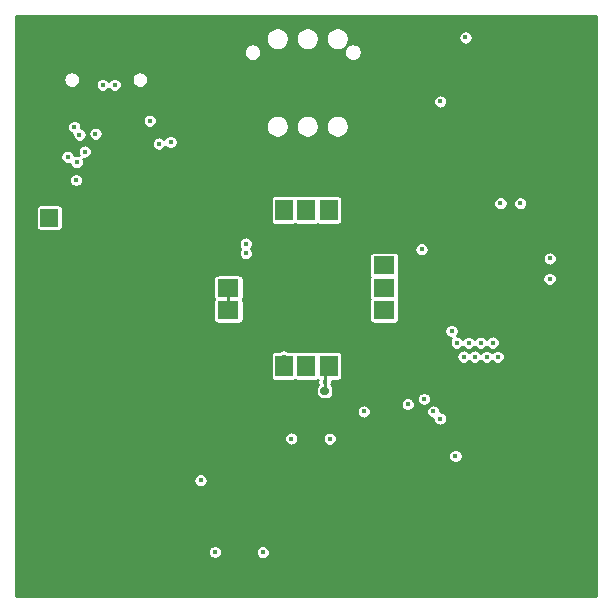
<source format=gbl>
G04 #@! TF.GenerationSoftware,KiCad,Pcbnew,5.1.10-88a1d61d58~90~ubuntu20.04.1*
G04 #@! TF.CreationDate,2021-10-18T20:01:28+01:00*
G04 #@! TF.ProjectId,GPS Hardware,47505320-4861-4726-9477-6172652e6b69,rev?*
G04 #@! TF.SameCoordinates,Original*
G04 #@! TF.FileFunction,Copper,L4,Bot*
G04 #@! TF.FilePolarity,Positive*
%FSLAX46Y46*%
G04 Gerber Fmt 4.6, Leading zero omitted, Abs format (unit mm)*
G04 Created by KiCad (PCBNEW 5.1.10-88a1d61d58~90~ubuntu20.04.1) date 2021-10-18 20:01:28*
%MOMM*%
%LPD*%
G01*
G04 APERTURE LIST*
G04 #@! TA.AperFunction,ComponentPad*
%ADD10C,1.508000*%
G04 #@! TD*
G04 #@! TA.AperFunction,ComponentPad*
%ADD11R,1.508000X1.508000*%
G04 #@! TD*
G04 #@! TA.AperFunction,SMDPad,CuDef*
%ADD12R,1.500000X1.800000*%
G04 #@! TD*
G04 #@! TA.AperFunction,SMDPad,CuDef*
%ADD13R,1.800000X1.500000*%
G04 #@! TD*
G04 #@! TA.AperFunction,ComponentPad*
%ADD14O,1.000000X2.100000*%
G04 #@! TD*
G04 #@! TA.AperFunction,ComponentPad*
%ADD15O,1.000000X1.600000*%
G04 #@! TD*
G04 #@! TA.AperFunction,SMDPad,CuDef*
%ADD16R,3.500000X1.500000*%
G04 #@! TD*
G04 #@! TA.AperFunction,ViaPad*
%ADD17C,0.450000*%
G04 #@! TD*
G04 #@! TA.AperFunction,Conductor*
%ADD18C,0.250000*%
G04 #@! TD*
G04 #@! TA.AperFunction,Conductor*
%ADD19C,0.254000*%
G04 #@! TD*
G04 #@! TA.AperFunction,Conductor*
%ADD20C,0.100000*%
G04 #@! TD*
G04 APERTURE END LIST*
D10*
X103265000Y-80030000D03*
D11*
X103265000Y-77530000D03*
D12*
X121230000Y-90060000D03*
X123130000Y-90060000D03*
X125030000Y-90060000D03*
X126930000Y-90060000D03*
X128830000Y-90060000D03*
D13*
X131630000Y-87260000D03*
X131630000Y-85360000D03*
X131630000Y-83460000D03*
X131630000Y-81560000D03*
X131630000Y-79660000D03*
D12*
X128830000Y-76860000D03*
X126930000Y-76860000D03*
X125030000Y-76860000D03*
X123130000Y-76860000D03*
X121230000Y-76860000D03*
D13*
X118430000Y-79660000D03*
X118430000Y-81560000D03*
X118430000Y-83460000D03*
X118430000Y-85360000D03*
X118430000Y-87260000D03*
G04 #@! TA.AperFunction,SMDPad,CuDef*
G36*
G01*
X125812500Y-92035000D02*
X125812500Y-92345000D01*
G75*
G02*
X125657500Y-92500000I-155000J0D01*
G01*
X125232500Y-92500000D01*
G75*
G02*
X125077500Y-92345000I0J155000D01*
G01*
X125077500Y-92035000D01*
G75*
G02*
X125232500Y-91880000I155000J0D01*
G01*
X125657500Y-91880000D01*
G75*
G02*
X125812500Y-92035000I0J-155000D01*
G01*
G37*
G04 #@! TD.AperFunction*
G04 #@! TA.AperFunction,SMDPad,CuDef*
G36*
G01*
X126947500Y-92035000D02*
X126947500Y-92345000D01*
G75*
G02*
X126792500Y-92500000I-155000J0D01*
G01*
X126367500Y-92500000D01*
G75*
G02*
X126212500Y-92345000I0J155000D01*
G01*
X126212500Y-92035000D01*
G75*
G02*
X126367500Y-91880000I155000J0D01*
G01*
X126792500Y-91880000D01*
G75*
G02*
X126947500Y-92035000I0J-155000D01*
G01*
G37*
G04 #@! TD.AperFunction*
D14*
X103726000Y-66365000D03*
X112366000Y-66365000D03*
D15*
X112366000Y-62185000D03*
X103726000Y-62185000D03*
D16*
X103420000Y-83820000D03*
X103420000Y-89220000D03*
D17*
X102040000Y-89245000D03*
X104810000Y-89245000D03*
X102020000Y-83815000D03*
X104880000Y-83805000D03*
X125120000Y-92235000D03*
X142350000Y-65065000D03*
X133430000Y-94995000D03*
X135010000Y-94995000D03*
X132770000Y-98245000D03*
X128520000Y-100795000D03*
X126060000Y-102155000D03*
X111580000Y-66565000D03*
X104500000Y-66615000D03*
X137490000Y-67685000D03*
X134270000Y-83975000D03*
X111480000Y-83585000D03*
X110220000Y-92945000D03*
X109460000Y-92945000D03*
X110210000Y-90855000D03*
X109460000Y-90855000D03*
X110200000Y-88745000D03*
X109470000Y-88745000D03*
X110200000Y-86645000D03*
X109470000Y-86645000D03*
X109480000Y-84545000D03*
X110180000Y-84535000D03*
X111990000Y-84545000D03*
X116130000Y-85095000D03*
X122500000Y-84005000D03*
X125830000Y-85085000D03*
X129430000Y-85095000D03*
X127630000Y-85075000D03*
X129450000Y-87175000D03*
X127620000Y-87165000D03*
X127100000Y-93015000D03*
X129950000Y-92995000D03*
X130390000Y-95255000D03*
X129590000Y-95595000D03*
X127080000Y-95065000D03*
X125860000Y-95545000D03*
X122770000Y-95045000D03*
X122500000Y-96015000D03*
X116680000Y-95025000D03*
X112580000Y-96005000D03*
X113070000Y-95025000D03*
X110180000Y-95065000D03*
X109480000Y-95075000D03*
X107980000Y-95315000D03*
X107970000Y-94165000D03*
X107970000Y-91995000D03*
X107970000Y-90905000D03*
X107960000Y-89795000D03*
X107960000Y-88725000D03*
X107950000Y-87585000D03*
X107950000Y-85395000D03*
X107950000Y-84315000D03*
X106370000Y-77855000D03*
X115980000Y-79735000D03*
X114150000Y-73315000D03*
X107725000Y-74325000D03*
X134780000Y-81370000D03*
X116150000Y-98800000D03*
X116100000Y-100580000D03*
X117640000Y-80515000D03*
X116835000Y-78445000D03*
X111520000Y-71185000D03*
X103300000Y-68925000D03*
X102100000Y-70175000D03*
X101780000Y-71885000D03*
X102575000Y-74375000D03*
X102585000Y-73375000D03*
X109330000Y-69900000D03*
X108200000Y-69900000D03*
X120560000Y-105840000D03*
X116440000Y-105840000D03*
X145640000Y-81780000D03*
X145625000Y-83500000D03*
X111340000Y-70135000D03*
X109575000Y-76300000D03*
X109139000Y-74320000D03*
X105860000Y-69285000D03*
X105480000Y-71885000D03*
X106930000Y-79665000D03*
X107840000Y-79655000D03*
X108830000Y-79635000D03*
X109810000Y-79635000D03*
X108180000Y-96005000D03*
X110380000Y-96005000D03*
X116980000Y-96005000D03*
X127820000Y-91395000D03*
X129960000Y-90855000D03*
X128150000Y-89285000D03*
X128920000Y-89275000D03*
X130240000Y-84085000D03*
X130390000Y-86545000D03*
X119170000Y-82115000D03*
X135280000Y-82595000D03*
X107790000Y-65505000D03*
X108810000Y-65505000D03*
X113540000Y-70215000D03*
X120860000Y-100095000D03*
X133490000Y-91225000D03*
X104830000Y-74535000D03*
X148320000Y-77555000D03*
X105950000Y-83185000D03*
X105970000Y-90015000D03*
X137700000Y-62255000D03*
X101200000Y-64567500D03*
X101200000Y-67970000D03*
X101200000Y-71372500D03*
X101200000Y-74775000D03*
X101200000Y-78177500D03*
X101200000Y-81580000D03*
X101200000Y-84982500D03*
X101200000Y-88385000D03*
X101200000Y-91787500D03*
X101200000Y-95190000D03*
X101200000Y-98592500D03*
X101200000Y-101995000D03*
X101200000Y-105397500D03*
X101200000Y-108800000D03*
X104602500Y-108800000D03*
X108005000Y-108800000D03*
X111407500Y-108800000D03*
X114810000Y-108800000D03*
X118212500Y-108800000D03*
X121615000Y-108800000D03*
X125017500Y-108800000D03*
X128420000Y-108800000D03*
X131822500Y-108800000D03*
X135225000Y-108800000D03*
X138627500Y-108800000D03*
X142030000Y-108800000D03*
X145432500Y-108800000D03*
X148835000Y-64567500D03*
X148835000Y-67970000D03*
X148835000Y-71372500D03*
X148835000Y-74775000D03*
X148835000Y-78177500D03*
X148835000Y-81580000D03*
X148835000Y-84982500D03*
X148835000Y-88385000D03*
X148835000Y-91787500D03*
X148835000Y-95190000D03*
X148835000Y-98592500D03*
X148835000Y-101995000D03*
X148835000Y-105397500D03*
X148835000Y-108800000D03*
X117620000Y-79705000D03*
X136580000Y-93805000D03*
X135730000Y-93145000D03*
X136870000Y-98275000D03*
X137350000Y-85185000D03*
X138310000Y-85175000D03*
X139140000Y-85175000D03*
X139930000Y-85195000D03*
X140710000Y-85195000D03*
X121240000Y-89215000D03*
X119900000Y-79715000D03*
X141230000Y-89305000D03*
X139290000Y-89285000D03*
X140290000Y-89305000D03*
X136360000Y-67675000D03*
X141460000Y-76295000D03*
X117290000Y-105830000D03*
X121350000Y-105850000D03*
X119910000Y-80525000D03*
X116078000Y-99750000D03*
X145640000Y-80970000D03*
X134790000Y-80200000D03*
X145630000Y-82700000D03*
X137650000Y-97700000D03*
X138350000Y-89285000D03*
X129900000Y-93925000D03*
X133625000Y-93300000D03*
X136350000Y-94525000D03*
X118420000Y-85375000D03*
X126580000Y-91415000D03*
X101200000Y-61165000D03*
X148835000Y-61165000D03*
X117800000Y-62255000D03*
X130130000Y-62255000D03*
X130140000Y-74165000D03*
X117810000Y-74255000D03*
X126730000Y-78325000D03*
X124550000Y-78335000D03*
X121170000Y-79095000D03*
X122420000Y-75175000D03*
X121840000Y-77065000D03*
X121860000Y-78045000D03*
X130080000Y-77525000D03*
X105169583Y-61165000D03*
X109139166Y-61165000D03*
X113108749Y-61165000D03*
X117078332Y-61165000D03*
X121047915Y-61165000D03*
X125017498Y-61165000D03*
X128987081Y-61165000D03*
X132956664Y-61165000D03*
X136926247Y-61165000D03*
X140895830Y-61165000D03*
X144865413Y-61165000D03*
X107800000Y-66275000D03*
X108800000Y-66275000D03*
X138500000Y-62260000D03*
X140810000Y-88100000D03*
X105825000Y-70500000D03*
X139790000Y-88112500D03*
X105380000Y-69845000D03*
X138780000Y-88120000D03*
X106275000Y-71925000D03*
X143130000Y-76290000D03*
X113540000Y-71110000D03*
X107180000Y-70410000D03*
X111770000Y-69310000D03*
X105590000Y-72820000D03*
X112550000Y-71250000D03*
X104810000Y-72365000D03*
X105530000Y-74340000D03*
X123740000Y-96220000D03*
X137760000Y-88105000D03*
X137330000Y-87110000D03*
X127020000Y-96230000D03*
X134990000Y-92865000D03*
X131240000Y-83140000D03*
X123100000Y-89275000D03*
X135770000Y-93925000D03*
D18*
X126885000Y-90105000D02*
X126930000Y-90060000D01*
X118430000Y-85360000D02*
X118430000Y-83460000D01*
X126580000Y-90410000D02*
X126930000Y-90060000D01*
X126580000Y-91390000D02*
X126580000Y-90410000D01*
X126580000Y-92190000D02*
X126580000Y-91415000D01*
X126580000Y-91415000D02*
X126580000Y-91390000D01*
D19*
X149544001Y-109544000D02*
X100456000Y-109544000D01*
X100456000Y-105770314D01*
X116684000Y-105770314D01*
X116684000Y-105889686D01*
X116707288Y-106006764D01*
X116752970Y-106117049D01*
X116819289Y-106216302D01*
X116903698Y-106300711D01*
X117002951Y-106367030D01*
X117113236Y-106412712D01*
X117230314Y-106436000D01*
X117349686Y-106436000D01*
X117466764Y-106412712D01*
X117577049Y-106367030D01*
X117676302Y-106300711D01*
X117760711Y-106216302D01*
X117827030Y-106117049D01*
X117872712Y-106006764D01*
X117896000Y-105889686D01*
X117896000Y-105790314D01*
X120744000Y-105790314D01*
X120744000Y-105909686D01*
X120767288Y-106026764D01*
X120812970Y-106137049D01*
X120879289Y-106236302D01*
X120963698Y-106320711D01*
X121062951Y-106387030D01*
X121173236Y-106432712D01*
X121290314Y-106456000D01*
X121409686Y-106456000D01*
X121526764Y-106432712D01*
X121637049Y-106387030D01*
X121736302Y-106320711D01*
X121820711Y-106236302D01*
X121887030Y-106137049D01*
X121932712Y-106026764D01*
X121956000Y-105909686D01*
X121956000Y-105790314D01*
X121932712Y-105673236D01*
X121887030Y-105562951D01*
X121820711Y-105463698D01*
X121736302Y-105379289D01*
X121637049Y-105312970D01*
X121526764Y-105267288D01*
X121409686Y-105244000D01*
X121290314Y-105244000D01*
X121173236Y-105267288D01*
X121062951Y-105312970D01*
X120963698Y-105379289D01*
X120879289Y-105463698D01*
X120812970Y-105562951D01*
X120767288Y-105673236D01*
X120744000Y-105790314D01*
X117896000Y-105790314D01*
X117896000Y-105770314D01*
X117872712Y-105653236D01*
X117827030Y-105542951D01*
X117760711Y-105443698D01*
X117676302Y-105359289D01*
X117577049Y-105292970D01*
X117466764Y-105247288D01*
X117349686Y-105224000D01*
X117230314Y-105224000D01*
X117113236Y-105247288D01*
X117002951Y-105292970D01*
X116903698Y-105359289D01*
X116819289Y-105443698D01*
X116752970Y-105542951D01*
X116707288Y-105653236D01*
X116684000Y-105770314D01*
X100456000Y-105770314D01*
X100456000Y-99690314D01*
X115472000Y-99690314D01*
X115472000Y-99809686D01*
X115495288Y-99926764D01*
X115540970Y-100037049D01*
X115607289Y-100136302D01*
X115691698Y-100220711D01*
X115790951Y-100287030D01*
X115901236Y-100332712D01*
X116018314Y-100356000D01*
X116137686Y-100356000D01*
X116254764Y-100332712D01*
X116365049Y-100287030D01*
X116464302Y-100220711D01*
X116548711Y-100136302D01*
X116615030Y-100037049D01*
X116660712Y-99926764D01*
X116684000Y-99809686D01*
X116684000Y-99690314D01*
X116660712Y-99573236D01*
X116615030Y-99462951D01*
X116548711Y-99363698D01*
X116464302Y-99279289D01*
X116365049Y-99212970D01*
X116254764Y-99167288D01*
X116137686Y-99144000D01*
X116018314Y-99144000D01*
X115901236Y-99167288D01*
X115790951Y-99212970D01*
X115691698Y-99279289D01*
X115607289Y-99363698D01*
X115540970Y-99462951D01*
X115495288Y-99573236D01*
X115472000Y-99690314D01*
X100456000Y-99690314D01*
X100456000Y-97640314D01*
X137044000Y-97640314D01*
X137044000Y-97759686D01*
X137067288Y-97876764D01*
X137112970Y-97987049D01*
X137179289Y-98086302D01*
X137263698Y-98170711D01*
X137362951Y-98237030D01*
X137473236Y-98282712D01*
X137590314Y-98306000D01*
X137709686Y-98306000D01*
X137826764Y-98282712D01*
X137937049Y-98237030D01*
X138036302Y-98170711D01*
X138120711Y-98086302D01*
X138187030Y-97987049D01*
X138232712Y-97876764D01*
X138256000Y-97759686D01*
X138256000Y-97640314D01*
X138232712Y-97523236D01*
X138187030Y-97412951D01*
X138120711Y-97313698D01*
X138036302Y-97229289D01*
X137937049Y-97162970D01*
X137826764Y-97117288D01*
X137709686Y-97094000D01*
X137590314Y-97094000D01*
X137473236Y-97117288D01*
X137362951Y-97162970D01*
X137263698Y-97229289D01*
X137179289Y-97313698D01*
X137112970Y-97412951D01*
X137067288Y-97523236D01*
X137044000Y-97640314D01*
X100456000Y-97640314D01*
X100456000Y-96160314D01*
X123134000Y-96160314D01*
X123134000Y-96279686D01*
X123157288Y-96396764D01*
X123202970Y-96507049D01*
X123269289Y-96606302D01*
X123353698Y-96690711D01*
X123452951Y-96757030D01*
X123563236Y-96802712D01*
X123680314Y-96826000D01*
X123799686Y-96826000D01*
X123916764Y-96802712D01*
X124027049Y-96757030D01*
X124126302Y-96690711D01*
X124210711Y-96606302D01*
X124277030Y-96507049D01*
X124322712Y-96396764D01*
X124346000Y-96279686D01*
X124346000Y-96170314D01*
X126414000Y-96170314D01*
X126414000Y-96289686D01*
X126437288Y-96406764D01*
X126482970Y-96517049D01*
X126549289Y-96616302D01*
X126633698Y-96700711D01*
X126732951Y-96767030D01*
X126843236Y-96812712D01*
X126960314Y-96836000D01*
X127079686Y-96836000D01*
X127196764Y-96812712D01*
X127307049Y-96767030D01*
X127406302Y-96700711D01*
X127490711Y-96616302D01*
X127557030Y-96517049D01*
X127602712Y-96406764D01*
X127626000Y-96289686D01*
X127626000Y-96170314D01*
X127602712Y-96053236D01*
X127557030Y-95942951D01*
X127490711Y-95843698D01*
X127406302Y-95759289D01*
X127307049Y-95692970D01*
X127196764Y-95647288D01*
X127079686Y-95624000D01*
X126960314Y-95624000D01*
X126843236Y-95647288D01*
X126732951Y-95692970D01*
X126633698Y-95759289D01*
X126549289Y-95843698D01*
X126482970Y-95942951D01*
X126437288Y-96053236D01*
X126414000Y-96170314D01*
X124346000Y-96170314D01*
X124346000Y-96160314D01*
X124322712Y-96043236D01*
X124277030Y-95932951D01*
X124210711Y-95833698D01*
X124126302Y-95749289D01*
X124027049Y-95682970D01*
X123916764Y-95637288D01*
X123799686Y-95614000D01*
X123680314Y-95614000D01*
X123563236Y-95637288D01*
X123452951Y-95682970D01*
X123353698Y-95749289D01*
X123269289Y-95833698D01*
X123202970Y-95932951D01*
X123157288Y-96043236D01*
X123134000Y-96160314D01*
X100456000Y-96160314D01*
X100456000Y-93865314D01*
X129294000Y-93865314D01*
X129294000Y-93984686D01*
X129317288Y-94101764D01*
X129362970Y-94212049D01*
X129429289Y-94311302D01*
X129513698Y-94395711D01*
X129612951Y-94462030D01*
X129723236Y-94507712D01*
X129840314Y-94531000D01*
X129959686Y-94531000D01*
X130076764Y-94507712D01*
X130187049Y-94462030D01*
X130286302Y-94395711D01*
X130370711Y-94311302D01*
X130437030Y-94212049D01*
X130482712Y-94101764D01*
X130506000Y-93984686D01*
X130506000Y-93865314D01*
X130482712Y-93748236D01*
X130437030Y-93637951D01*
X130370711Y-93538698D01*
X130286302Y-93454289D01*
X130187049Y-93387970D01*
X130076764Y-93342288D01*
X129959686Y-93319000D01*
X129840314Y-93319000D01*
X129723236Y-93342288D01*
X129612951Y-93387970D01*
X129513698Y-93454289D01*
X129429289Y-93538698D01*
X129362970Y-93637951D01*
X129317288Y-93748236D01*
X129294000Y-93865314D01*
X100456000Y-93865314D01*
X100456000Y-93240314D01*
X133019000Y-93240314D01*
X133019000Y-93359686D01*
X133042288Y-93476764D01*
X133087970Y-93587049D01*
X133154289Y-93686302D01*
X133238698Y-93770711D01*
X133337951Y-93837030D01*
X133448236Y-93882712D01*
X133565314Y-93906000D01*
X133684686Y-93906000D01*
X133801764Y-93882712D01*
X133843766Y-93865314D01*
X135164000Y-93865314D01*
X135164000Y-93984686D01*
X135187288Y-94101764D01*
X135232970Y-94212049D01*
X135299289Y-94311302D01*
X135383698Y-94395711D01*
X135482951Y-94462030D01*
X135593236Y-94507712D01*
X135710314Y-94531000D01*
X135744000Y-94531000D01*
X135744000Y-94584686D01*
X135767288Y-94701764D01*
X135812970Y-94812049D01*
X135879289Y-94911302D01*
X135963698Y-94995711D01*
X136062951Y-95062030D01*
X136173236Y-95107712D01*
X136290314Y-95131000D01*
X136409686Y-95131000D01*
X136526764Y-95107712D01*
X136637049Y-95062030D01*
X136736302Y-94995711D01*
X136820711Y-94911302D01*
X136887030Y-94812049D01*
X136932712Y-94701764D01*
X136956000Y-94584686D01*
X136956000Y-94465314D01*
X136932712Y-94348236D01*
X136887030Y-94237951D01*
X136820711Y-94138698D01*
X136736302Y-94054289D01*
X136637049Y-93987970D01*
X136526764Y-93942288D01*
X136409686Y-93919000D01*
X136376000Y-93919000D01*
X136376000Y-93865314D01*
X136352712Y-93748236D01*
X136307030Y-93637951D01*
X136240711Y-93538698D01*
X136156302Y-93454289D01*
X136057049Y-93387970D01*
X135946764Y-93342288D01*
X135829686Y-93319000D01*
X135710314Y-93319000D01*
X135593236Y-93342288D01*
X135482951Y-93387970D01*
X135383698Y-93454289D01*
X135299289Y-93538698D01*
X135232970Y-93637951D01*
X135187288Y-93748236D01*
X135164000Y-93865314D01*
X133843766Y-93865314D01*
X133912049Y-93837030D01*
X134011302Y-93770711D01*
X134095711Y-93686302D01*
X134162030Y-93587049D01*
X134207712Y-93476764D01*
X134231000Y-93359686D01*
X134231000Y-93240314D01*
X134207712Y-93123236D01*
X134162030Y-93012951D01*
X134095711Y-92913698D01*
X134011302Y-92829289D01*
X133975422Y-92805314D01*
X134384000Y-92805314D01*
X134384000Y-92924686D01*
X134407288Y-93041764D01*
X134452970Y-93152049D01*
X134519289Y-93251302D01*
X134603698Y-93335711D01*
X134702951Y-93402030D01*
X134813236Y-93447712D01*
X134930314Y-93471000D01*
X135049686Y-93471000D01*
X135166764Y-93447712D01*
X135277049Y-93402030D01*
X135376302Y-93335711D01*
X135460711Y-93251302D01*
X135527030Y-93152049D01*
X135572712Y-93041764D01*
X135596000Y-92924686D01*
X135596000Y-92805314D01*
X135572712Y-92688236D01*
X135527030Y-92577951D01*
X135460711Y-92478698D01*
X135376302Y-92394289D01*
X135277049Y-92327970D01*
X135166764Y-92282288D01*
X135049686Y-92259000D01*
X134930314Y-92259000D01*
X134813236Y-92282288D01*
X134702951Y-92327970D01*
X134603698Y-92394289D01*
X134519289Y-92478698D01*
X134452970Y-92577951D01*
X134407288Y-92688236D01*
X134384000Y-92805314D01*
X133975422Y-92805314D01*
X133912049Y-92762970D01*
X133801764Y-92717288D01*
X133684686Y-92694000D01*
X133565314Y-92694000D01*
X133448236Y-92717288D01*
X133337951Y-92762970D01*
X133238698Y-92829289D01*
X133154289Y-92913698D01*
X133087970Y-93012951D01*
X133042288Y-93123236D01*
X133019000Y-93240314D01*
X100456000Y-93240314D01*
X100456000Y-89160000D01*
X121997157Y-89160000D01*
X121997157Y-90960000D01*
X122004513Y-91034689D01*
X122026299Y-91106508D01*
X122061678Y-91172696D01*
X122109289Y-91230711D01*
X122167304Y-91278322D01*
X122233492Y-91313701D01*
X122305311Y-91335487D01*
X122380000Y-91342843D01*
X123880000Y-91342843D01*
X123954689Y-91335487D01*
X124026508Y-91313701D01*
X124080000Y-91285108D01*
X124133492Y-91313701D01*
X124205311Y-91335487D01*
X124280000Y-91342843D01*
X125780000Y-91342843D01*
X125854689Y-91335487D01*
X125926508Y-91313701D01*
X125980000Y-91285108D01*
X125987199Y-91288956D01*
X125974000Y-91355314D01*
X125974000Y-91474686D01*
X125997288Y-91591764D01*
X126014177Y-91632538D01*
X125987188Y-91654688D01*
X125920300Y-91736190D01*
X125870598Y-91829176D01*
X125839992Y-91930072D01*
X125829657Y-92035000D01*
X125829657Y-92345000D01*
X125839992Y-92449928D01*
X125870598Y-92550824D01*
X125920300Y-92643810D01*
X125987188Y-92725312D01*
X126068690Y-92792200D01*
X126161676Y-92841902D01*
X126262572Y-92872508D01*
X126367500Y-92882843D01*
X126792500Y-92882843D01*
X126897428Y-92872508D01*
X126998324Y-92841902D01*
X127091310Y-92792200D01*
X127172812Y-92725312D01*
X127239700Y-92643810D01*
X127289402Y-92550824D01*
X127320008Y-92449928D01*
X127330343Y-92345000D01*
X127330343Y-92035000D01*
X127320008Y-91930072D01*
X127289402Y-91829176D01*
X127239700Y-91736190D01*
X127172812Y-91654688D01*
X127145823Y-91632538D01*
X127162712Y-91591764D01*
X127186000Y-91474686D01*
X127186000Y-91355314D01*
X127183519Y-91342843D01*
X127680000Y-91342843D01*
X127754689Y-91335487D01*
X127826508Y-91313701D01*
X127892696Y-91278322D01*
X127950711Y-91230711D01*
X127998322Y-91172696D01*
X128033701Y-91106508D01*
X128055487Y-91034689D01*
X128062843Y-90960000D01*
X128062843Y-89225314D01*
X137744000Y-89225314D01*
X137744000Y-89344686D01*
X137767288Y-89461764D01*
X137812970Y-89572049D01*
X137879289Y-89671302D01*
X137963698Y-89755711D01*
X138062951Y-89822030D01*
X138173236Y-89867712D01*
X138290314Y-89891000D01*
X138409686Y-89891000D01*
X138526764Y-89867712D01*
X138637049Y-89822030D01*
X138736302Y-89755711D01*
X138820000Y-89672013D01*
X138903698Y-89755711D01*
X139002951Y-89822030D01*
X139113236Y-89867712D01*
X139230314Y-89891000D01*
X139349686Y-89891000D01*
X139466764Y-89867712D01*
X139577049Y-89822030D01*
X139676302Y-89755711D01*
X139760711Y-89671302D01*
X139783318Y-89637468D01*
X139819289Y-89691302D01*
X139903698Y-89775711D01*
X140002951Y-89842030D01*
X140113236Y-89887712D01*
X140230314Y-89911000D01*
X140349686Y-89911000D01*
X140466764Y-89887712D01*
X140577049Y-89842030D01*
X140676302Y-89775711D01*
X140760000Y-89692013D01*
X140843698Y-89775711D01*
X140942951Y-89842030D01*
X141053236Y-89887712D01*
X141170314Y-89911000D01*
X141289686Y-89911000D01*
X141406764Y-89887712D01*
X141517049Y-89842030D01*
X141616302Y-89775711D01*
X141700711Y-89691302D01*
X141767030Y-89592049D01*
X141812712Y-89481764D01*
X141836000Y-89364686D01*
X141836000Y-89245314D01*
X141812712Y-89128236D01*
X141767030Y-89017951D01*
X141700711Y-88918698D01*
X141616302Y-88834289D01*
X141517049Y-88767970D01*
X141406764Y-88722288D01*
X141289686Y-88699000D01*
X141170314Y-88699000D01*
X141053236Y-88722288D01*
X140942951Y-88767970D01*
X140843698Y-88834289D01*
X140760000Y-88917987D01*
X140676302Y-88834289D01*
X140577049Y-88767970D01*
X140466764Y-88722288D01*
X140349686Y-88699000D01*
X140230314Y-88699000D01*
X140113236Y-88722288D01*
X140002951Y-88767970D01*
X139903698Y-88834289D01*
X139819289Y-88918698D01*
X139796682Y-88952532D01*
X139760711Y-88898698D01*
X139676302Y-88814289D01*
X139577049Y-88747970D01*
X139466764Y-88702288D01*
X139349686Y-88679000D01*
X139230314Y-88679000D01*
X139113236Y-88702288D01*
X139002951Y-88747970D01*
X138903698Y-88814289D01*
X138820000Y-88897987D01*
X138736302Y-88814289D01*
X138637049Y-88747970D01*
X138526764Y-88702288D01*
X138409686Y-88679000D01*
X138290314Y-88679000D01*
X138173236Y-88702288D01*
X138062951Y-88747970D01*
X137963698Y-88814289D01*
X137879289Y-88898698D01*
X137812970Y-88997951D01*
X137767288Y-89108236D01*
X137744000Y-89225314D01*
X128062843Y-89225314D01*
X128062843Y-89160000D01*
X128055487Y-89085311D01*
X128033701Y-89013492D01*
X127998322Y-88947304D01*
X127950711Y-88889289D01*
X127892696Y-88841678D01*
X127826508Y-88806299D01*
X127754689Y-88784513D01*
X127680000Y-88777157D01*
X126180000Y-88777157D01*
X126105311Y-88784513D01*
X126033492Y-88806299D01*
X125980000Y-88834892D01*
X125926508Y-88806299D01*
X125854689Y-88784513D01*
X125780000Y-88777157D01*
X124280000Y-88777157D01*
X124205311Y-88784513D01*
X124133492Y-88806299D01*
X124080000Y-88834892D01*
X124026508Y-88806299D01*
X123954689Y-88784513D01*
X123880000Y-88777157D01*
X123445696Y-88777157D01*
X123387049Y-88737970D01*
X123276764Y-88692288D01*
X123159686Y-88669000D01*
X123040314Y-88669000D01*
X122923236Y-88692288D01*
X122812951Y-88737970D01*
X122754304Y-88777157D01*
X122380000Y-88777157D01*
X122305311Y-88784513D01*
X122233492Y-88806299D01*
X122167304Y-88841678D01*
X122109289Y-88889289D01*
X122061678Y-88947304D01*
X122026299Y-89013492D01*
X122004513Y-89085311D01*
X121997157Y-89160000D01*
X100456000Y-89160000D01*
X100456000Y-87050314D01*
X136724000Y-87050314D01*
X136724000Y-87169686D01*
X136747288Y-87286764D01*
X136792970Y-87397049D01*
X136859289Y-87496302D01*
X136943698Y-87580711D01*
X137042951Y-87647030D01*
X137153236Y-87692712D01*
X137270314Y-87716000D01*
X137291987Y-87716000D01*
X137289289Y-87718698D01*
X137222970Y-87817951D01*
X137177288Y-87928236D01*
X137154000Y-88045314D01*
X137154000Y-88164686D01*
X137177288Y-88281764D01*
X137222970Y-88392049D01*
X137289289Y-88491302D01*
X137373698Y-88575711D01*
X137472951Y-88642030D01*
X137583236Y-88687712D01*
X137700314Y-88711000D01*
X137819686Y-88711000D01*
X137936764Y-88687712D01*
X138047049Y-88642030D01*
X138146302Y-88575711D01*
X138230711Y-88491302D01*
X138264989Y-88440002D01*
X138309289Y-88506302D01*
X138393698Y-88590711D01*
X138492951Y-88657030D01*
X138603236Y-88702712D01*
X138720314Y-88726000D01*
X138839686Y-88726000D01*
X138956764Y-88702712D01*
X139067049Y-88657030D01*
X139166302Y-88590711D01*
X139250711Y-88506302D01*
X139287506Y-88451235D01*
X139319289Y-88498802D01*
X139403698Y-88583211D01*
X139502951Y-88649530D01*
X139613236Y-88695212D01*
X139730314Y-88718500D01*
X139849686Y-88718500D01*
X139966764Y-88695212D01*
X140077049Y-88649530D01*
X140176302Y-88583211D01*
X140260711Y-88498802D01*
X140304176Y-88433752D01*
X140339289Y-88486302D01*
X140423698Y-88570711D01*
X140522951Y-88637030D01*
X140633236Y-88682712D01*
X140750314Y-88706000D01*
X140869686Y-88706000D01*
X140986764Y-88682712D01*
X141097049Y-88637030D01*
X141196302Y-88570711D01*
X141280711Y-88486302D01*
X141347030Y-88387049D01*
X141392712Y-88276764D01*
X141416000Y-88159686D01*
X141416000Y-88040314D01*
X141392712Y-87923236D01*
X141347030Y-87812951D01*
X141280711Y-87713698D01*
X141196302Y-87629289D01*
X141097049Y-87562970D01*
X140986764Y-87517288D01*
X140869686Y-87494000D01*
X140750314Y-87494000D01*
X140633236Y-87517288D01*
X140522951Y-87562970D01*
X140423698Y-87629289D01*
X140339289Y-87713698D01*
X140295824Y-87778748D01*
X140260711Y-87726198D01*
X140176302Y-87641789D01*
X140077049Y-87575470D01*
X139966764Y-87529788D01*
X139849686Y-87506500D01*
X139730314Y-87506500D01*
X139613236Y-87529788D01*
X139502951Y-87575470D01*
X139403698Y-87641789D01*
X139319289Y-87726198D01*
X139282494Y-87781265D01*
X139250711Y-87733698D01*
X139166302Y-87649289D01*
X139067049Y-87582970D01*
X138956764Y-87537288D01*
X138839686Y-87514000D01*
X138720314Y-87514000D01*
X138603236Y-87537288D01*
X138492951Y-87582970D01*
X138393698Y-87649289D01*
X138309289Y-87733698D01*
X138275011Y-87784998D01*
X138230711Y-87718698D01*
X138146302Y-87634289D01*
X138047049Y-87567970D01*
X137936764Y-87522288D01*
X137819686Y-87499000D01*
X137798013Y-87499000D01*
X137800711Y-87496302D01*
X137867030Y-87397049D01*
X137912712Y-87286764D01*
X137936000Y-87169686D01*
X137936000Y-87050314D01*
X137912712Y-86933236D01*
X137867030Y-86822951D01*
X137800711Y-86723698D01*
X137716302Y-86639289D01*
X137617049Y-86572970D01*
X137506764Y-86527288D01*
X137389686Y-86504000D01*
X137270314Y-86504000D01*
X137153236Y-86527288D01*
X137042951Y-86572970D01*
X136943698Y-86639289D01*
X136859289Y-86723698D01*
X136792970Y-86822951D01*
X136747288Y-86933236D01*
X136724000Y-87050314D01*
X100456000Y-87050314D01*
X100456000Y-82710000D01*
X117147157Y-82710000D01*
X117147157Y-84210000D01*
X117154513Y-84284689D01*
X117176299Y-84356508D01*
X117204892Y-84410000D01*
X117176299Y-84463492D01*
X117154513Y-84535311D01*
X117147157Y-84610000D01*
X117147157Y-86110000D01*
X117154513Y-86184689D01*
X117176299Y-86256508D01*
X117211678Y-86322696D01*
X117259289Y-86380711D01*
X117317304Y-86428322D01*
X117383492Y-86463701D01*
X117455311Y-86485487D01*
X117530000Y-86492843D01*
X119330000Y-86492843D01*
X119404689Y-86485487D01*
X119476508Y-86463701D01*
X119542696Y-86428322D01*
X119600711Y-86380711D01*
X119648322Y-86322696D01*
X119683701Y-86256508D01*
X119705487Y-86184689D01*
X119712843Y-86110000D01*
X119712843Y-84610000D01*
X119705487Y-84535311D01*
X119683701Y-84463492D01*
X119655108Y-84410000D01*
X119683701Y-84356508D01*
X119705487Y-84284689D01*
X119712843Y-84210000D01*
X119712843Y-82710000D01*
X119705487Y-82635311D01*
X119683701Y-82563492D01*
X119648322Y-82497304D01*
X119600711Y-82439289D01*
X119542696Y-82391678D01*
X119476508Y-82356299D01*
X119404689Y-82334513D01*
X119330000Y-82327157D01*
X117530000Y-82327157D01*
X117455311Y-82334513D01*
X117383492Y-82356299D01*
X117317304Y-82391678D01*
X117259289Y-82439289D01*
X117211678Y-82497304D01*
X117176299Y-82563492D01*
X117154513Y-82635311D01*
X117147157Y-82710000D01*
X100456000Y-82710000D01*
X100456000Y-79655314D01*
X119294000Y-79655314D01*
X119294000Y-79774686D01*
X119317288Y-79891764D01*
X119362970Y-80002049D01*
X119429289Y-80101302D01*
X119452987Y-80125000D01*
X119439289Y-80138698D01*
X119372970Y-80237951D01*
X119327288Y-80348236D01*
X119304000Y-80465314D01*
X119304000Y-80584686D01*
X119327288Y-80701764D01*
X119372970Y-80812049D01*
X119439289Y-80911302D01*
X119523698Y-80995711D01*
X119622951Y-81062030D01*
X119733236Y-81107712D01*
X119850314Y-81131000D01*
X119969686Y-81131000D01*
X120086764Y-81107712D01*
X120197049Y-81062030D01*
X120296302Y-80995711D01*
X120380711Y-80911302D01*
X120447030Y-80812049D01*
X120447878Y-80810000D01*
X130347157Y-80810000D01*
X130347157Y-82310000D01*
X130354513Y-82384689D01*
X130376299Y-82456508D01*
X130404892Y-82510000D01*
X130376299Y-82563492D01*
X130354513Y-82635311D01*
X130347157Y-82710000D01*
X130347157Y-84210000D01*
X130354513Y-84284689D01*
X130376299Y-84356508D01*
X130404892Y-84410000D01*
X130376299Y-84463492D01*
X130354513Y-84535311D01*
X130347157Y-84610000D01*
X130347157Y-86110000D01*
X130354513Y-86184689D01*
X130376299Y-86256508D01*
X130411678Y-86322696D01*
X130459289Y-86380711D01*
X130517304Y-86428322D01*
X130583492Y-86463701D01*
X130655311Y-86485487D01*
X130730000Y-86492843D01*
X132530000Y-86492843D01*
X132604689Y-86485487D01*
X132676508Y-86463701D01*
X132742696Y-86428322D01*
X132800711Y-86380711D01*
X132848322Y-86322696D01*
X132883701Y-86256508D01*
X132905487Y-86184689D01*
X132912843Y-86110000D01*
X132912843Y-84610000D01*
X132905487Y-84535311D01*
X132883701Y-84463492D01*
X132855108Y-84410000D01*
X132883701Y-84356508D01*
X132905487Y-84284689D01*
X132912843Y-84210000D01*
X132912843Y-82710000D01*
X132905980Y-82640314D01*
X145024000Y-82640314D01*
X145024000Y-82759686D01*
X145047288Y-82876764D01*
X145092970Y-82987049D01*
X145159289Y-83086302D01*
X145243698Y-83170711D01*
X145342951Y-83237030D01*
X145453236Y-83282712D01*
X145570314Y-83306000D01*
X145689686Y-83306000D01*
X145806764Y-83282712D01*
X145917049Y-83237030D01*
X146016302Y-83170711D01*
X146100711Y-83086302D01*
X146167030Y-82987049D01*
X146212712Y-82876764D01*
X146236000Y-82759686D01*
X146236000Y-82640314D01*
X146212712Y-82523236D01*
X146167030Y-82412951D01*
X146100711Y-82313698D01*
X146016302Y-82229289D01*
X145917049Y-82162970D01*
X145806764Y-82117288D01*
X145689686Y-82094000D01*
X145570314Y-82094000D01*
X145453236Y-82117288D01*
X145342951Y-82162970D01*
X145243698Y-82229289D01*
X145159289Y-82313698D01*
X145092970Y-82412951D01*
X145047288Y-82523236D01*
X145024000Y-82640314D01*
X132905980Y-82640314D01*
X132905487Y-82635311D01*
X132883701Y-82563492D01*
X132855108Y-82510000D01*
X132883701Y-82456508D01*
X132905487Y-82384689D01*
X132912843Y-82310000D01*
X132912843Y-80910314D01*
X145034000Y-80910314D01*
X145034000Y-81029686D01*
X145057288Y-81146764D01*
X145102970Y-81257049D01*
X145169289Y-81356302D01*
X145253698Y-81440711D01*
X145352951Y-81507030D01*
X145463236Y-81552712D01*
X145580314Y-81576000D01*
X145699686Y-81576000D01*
X145816764Y-81552712D01*
X145927049Y-81507030D01*
X146026302Y-81440711D01*
X146110711Y-81356302D01*
X146177030Y-81257049D01*
X146222712Y-81146764D01*
X146246000Y-81029686D01*
X146246000Y-80910314D01*
X146222712Y-80793236D01*
X146177030Y-80682951D01*
X146110711Y-80583698D01*
X146026302Y-80499289D01*
X145927049Y-80432970D01*
X145816764Y-80387288D01*
X145699686Y-80364000D01*
X145580314Y-80364000D01*
X145463236Y-80387288D01*
X145352951Y-80432970D01*
X145253698Y-80499289D01*
X145169289Y-80583698D01*
X145102970Y-80682951D01*
X145057288Y-80793236D01*
X145034000Y-80910314D01*
X132912843Y-80910314D01*
X132912843Y-80810000D01*
X132905487Y-80735311D01*
X132883701Y-80663492D01*
X132848322Y-80597304D01*
X132800711Y-80539289D01*
X132742696Y-80491678D01*
X132676508Y-80456299D01*
X132604689Y-80434513D01*
X132530000Y-80427157D01*
X130730000Y-80427157D01*
X130655311Y-80434513D01*
X130583492Y-80456299D01*
X130517304Y-80491678D01*
X130459289Y-80539289D01*
X130411678Y-80597304D01*
X130376299Y-80663492D01*
X130354513Y-80735311D01*
X130347157Y-80810000D01*
X120447878Y-80810000D01*
X120492712Y-80701764D01*
X120516000Y-80584686D01*
X120516000Y-80465314D01*
X120492712Y-80348236D01*
X120447030Y-80237951D01*
X120381791Y-80140314D01*
X134184000Y-80140314D01*
X134184000Y-80259686D01*
X134207288Y-80376764D01*
X134252970Y-80487049D01*
X134319289Y-80586302D01*
X134403698Y-80670711D01*
X134502951Y-80737030D01*
X134613236Y-80782712D01*
X134730314Y-80806000D01*
X134849686Y-80806000D01*
X134966764Y-80782712D01*
X135077049Y-80737030D01*
X135176302Y-80670711D01*
X135260711Y-80586302D01*
X135327030Y-80487049D01*
X135372712Y-80376764D01*
X135396000Y-80259686D01*
X135396000Y-80140314D01*
X135372712Y-80023236D01*
X135327030Y-79912951D01*
X135260711Y-79813698D01*
X135176302Y-79729289D01*
X135077049Y-79662970D01*
X134966764Y-79617288D01*
X134849686Y-79594000D01*
X134730314Y-79594000D01*
X134613236Y-79617288D01*
X134502951Y-79662970D01*
X134403698Y-79729289D01*
X134319289Y-79813698D01*
X134252970Y-79912951D01*
X134207288Y-80023236D01*
X134184000Y-80140314D01*
X120381791Y-80140314D01*
X120380711Y-80138698D01*
X120357013Y-80115000D01*
X120370711Y-80101302D01*
X120437030Y-80002049D01*
X120482712Y-79891764D01*
X120506000Y-79774686D01*
X120506000Y-79655314D01*
X120482712Y-79538236D01*
X120437030Y-79427951D01*
X120370711Y-79328698D01*
X120286302Y-79244289D01*
X120187049Y-79177970D01*
X120076764Y-79132288D01*
X119959686Y-79109000D01*
X119840314Y-79109000D01*
X119723236Y-79132288D01*
X119612951Y-79177970D01*
X119513698Y-79244289D01*
X119429289Y-79328698D01*
X119362970Y-79427951D01*
X119317288Y-79538236D01*
X119294000Y-79655314D01*
X100456000Y-79655314D01*
X100456000Y-76776000D01*
X102128157Y-76776000D01*
X102128157Y-78284000D01*
X102135513Y-78358689D01*
X102157299Y-78430508D01*
X102192678Y-78496696D01*
X102240289Y-78554711D01*
X102298304Y-78602322D01*
X102364492Y-78637701D01*
X102436311Y-78659487D01*
X102511000Y-78666843D01*
X104019000Y-78666843D01*
X104093689Y-78659487D01*
X104165508Y-78637701D01*
X104231696Y-78602322D01*
X104289711Y-78554711D01*
X104337322Y-78496696D01*
X104372701Y-78430508D01*
X104394487Y-78358689D01*
X104401843Y-78284000D01*
X104401843Y-76776000D01*
X104394487Y-76701311D01*
X104372701Y-76629492D01*
X104337322Y-76563304D01*
X104289711Y-76505289D01*
X104231696Y-76457678D01*
X104165508Y-76422299D01*
X104093689Y-76400513D01*
X104019000Y-76393157D01*
X102511000Y-76393157D01*
X102436311Y-76400513D01*
X102364492Y-76422299D01*
X102298304Y-76457678D01*
X102240289Y-76505289D01*
X102192678Y-76563304D01*
X102157299Y-76629492D01*
X102135513Y-76701311D01*
X102128157Y-76776000D01*
X100456000Y-76776000D01*
X100456000Y-75960000D01*
X121997157Y-75960000D01*
X121997157Y-77760000D01*
X122004513Y-77834689D01*
X122026299Y-77906508D01*
X122061678Y-77972696D01*
X122109289Y-78030711D01*
X122167304Y-78078322D01*
X122233492Y-78113701D01*
X122305311Y-78135487D01*
X122380000Y-78142843D01*
X123880000Y-78142843D01*
X123954689Y-78135487D01*
X124026508Y-78113701D01*
X124080000Y-78085108D01*
X124133492Y-78113701D01*
X124205311Y-78135487D01*
X124280000Y-78142843D01*
X125780000Y-78142843D01*
X125854689Y-78135487D01*
X125926508Y-78113701D01*
X125980000Y-78085108D01*
X126033492Y-78113701D01*
X126105311Y-78135487D01*
X126180000Y-78142843D01*
X127680000Y-78142843D01*
X127754689Y-78135487D01*
X127826508Y-78113701D01*
X127892696Y-78078322D01*
X127950711Y-78030711D01*
X127998322Y-77972696D01*
X128033701Y-77906508D01*
X128055487Y-77834689D01*
X128062843Y-77760000D01*
X128062843Y-76235314D01*
X140854000Y-76235314D01*
X140854000Y-76354686D01*
X140877288Y-76471764D01*
X140922970Y-76582049D01*
X140989289Y-76681302D01*
X141073698Y-76765711D01*
X141172951Y-76832030D01*
X141283236Y-76877712D01*
X141400314Y-76901000D01*
X141519686Y-76901000D01*
X141636764Y-76877712D01*
X141747049Y-76832030D01*
X141846302Y-76765711D01*
X141930711Y-76681302D01*
X141997030Y-76582049D01*
X142042712Y-76471764D01*
X142066000Y-76354686D01*
X142066000Y-76235314D01*
X142065006Y-76230314D01*
X142524000Y-76230314D01*
X142524000Y-76349686D01*
X142547288Y-76466764D01*
X142592970Y-76577049D01*
X142659289Y-76676302D01*
X142743698Y-76760711D01*
X142842951Y-76827030D01*
X142953236Y-76872712D01*
X143070314Y-76896000D01*
X143189686Y-76896000D01*
X143306764Y-76872712D01*
X143417049Y-76827030D01*
X143516302Y-76760711D01*
X143600711Y-76676302D01*
X143667030Y-76577049D01*
X143712712Y-76466764D01*
X143736000Y-76349686D01*
X143736000Y-76230314D01*
X143712712Y-76113236D01*
X143667030Y-76002951D01*
X143600711Y-75903698D01*
X143516302Y-75819289D01*
X143417049Y-75752970D01*
X143306764Y-75707288D01*
X143189686Y-75684000D01*
X143070314Y-75684000D01*
X142953236Y-75707288D01*
X142842951Y-75752970D01*
X142743698Y-75819289D01*
X142659289Y-75903698D01*
X142592970Y-76002951D01*
X142547288Y-76113236D01*
X142524000Y-76230314D01*
X142065006Y-76230314D01*
X142042712Y-76118236D01*
X141997030Y-76007951D01*
X141930711Y-75908698D01*
X141846302Y-75824289D01*
X141747049Y-75757970D01*
X141636764Y-75712288D01*
X141519686Y-75689000D01*
X141400314Y-75689000D01*
X141283236Y-75712288D01*
X141172951Y-75757970D01*
X141073698Y-75824289D01*
X140989289Y-75908698D01*
X140922970Y-76007951D01*
X140877288Y-76118236D01*
X140854000Y-76235314D01*
X128062843Y-76235314D01*
X128062843Y-75960000D01*
X128055487Y-75885311D01*
X128033701Y-75813492D01*
X127998322Y-75747304D01*
X127950711Y-75689289D01*
X127892696Y-75641678D01*
X127826508Y-75606299D01*
X127754689Y-75584513D01*
X127680000Y-75577157D01*
X126180000Y-75577157D01*
X126105311Y-75584513D01*
X126033492Y-75606299D01*
X125980000Y-75634892D01*
X125926508Y-75606299D01*
X125854689Y-75584513D01*
X125780000Y-75577157D01*
X124280000Y-75577157D01*
X124205311Y-75584513D01*
X124133492Y-75606299D01*
X124080000Y-75634892D01*
X124026508Y-75606299D01*
X123954689Y-75584513D01*
X123880000Y-75577157D01*
X122380000Y-75577157D01*
X122305311Y-75584513D01*
X122233492Y-75606299D01*
X122167304Y-75641678D01*
X122109289Y-75689289D01*
X122061678Y-75747304D01*
X122026299Y-75813492D01*
X122004513Y-75885311D01*
X121997157Y-75960000D01*
X100456000Y-75960000D01*
X100456000Y-74280314D01*
X104924000Y-74280314D01*
X104924000Y-74399686D01*
X104947288Y-74516764D01*
X104992970Y-74627049D01*
X105059289Y-74726302D01*
X105143698Y-74810711D01*
X105242951Y-74877030D01*
X105353236Y-74922712D01*
X105470314Y-74946000D01*
X105589686Y-74946000D01*
X105706764Y-74922712D01*
X105817049Y-74877030D01*
X105916302Y-74810711D01*
X106000711Y-74726302D01*
X106067030Y-74627049D01*
X106112712Y-74516764D01*
X106136000Y-74399686D01*
X106136000Y-74280314D01*
X106112712Y-74163236D01*
X106067030Y-74052951D01*
X106000711Y-73953698D01*
X105916302Y-73869289D01*
X105817049Y-73802970D01*
X105706764Y-73757288D01*
X105589686Y-73734000D01*
X105470314Y-73734000D01*
X105353236Y-73757288D01*
X105242951Y-73802970D01*
X105143698Y-73869289D01*
X105059289Y-73953698D01*
X104992970Y-74052951D01*
X104947288Y-74163236D01*
X104924000Y-74280314D01*
X100456000Y-74280314D01*
X100456000Y-72305314D01*
X104204000Y-72305314D01*
X104204000Y-72424686D01*
X104227288Y-72541764D01*
X104272970Y-72652049D01*
X104339289Y-72751302D01*
X104423698Y-72835711D01*
X104522951Y-72902030D01*
X104633236Y-72947712D01*
X104750314Y-72971000D01*
X104869686Y-72971000D01*
X104986764Y-72947712D01*
X104996711Y-72943592D01*
X105007288Y-72996764D01*
X105052970Y-73107049D01*
X105119289Y-73206302D01*
X105203698Y-73290711D01*
X105302951Y-73357030D01*
X105413236Y-73402712D01*
X105530314Y-73426000D01*
X105649686Y-73426000D01*
X105766764Y-73402712D01*
X105877049Y-73357030D01*
X105976302Y-73290711D01*
X106060711Y-73206302D01*
X106127030Y-73107049D01*
X106172712Y-72996764D01*
X106196000Y-72879686D01*
X106196000Y-72760314D01*
X106172712Y-72643236D01*
X106127030Y-72532951D01*
X106111994Y-72510449D01*
X106215314Y-72531000D01*
X106334686Y-72531000D01*
X106451764Y-72507712D01*
X106562049Y-72462030D01*
X106661302Y-72395711D01*
X106745711Y-72311302D01*
X106812030Y-72212049D01*
X106857712Y-72101764D01*
X106881000Y-71984686D01*
X106881000Y-71865314D01*
X106857712Y-71748236D01*
X106812030Y-71637951D01*
X106745711Y-71538698D01*
X106661302Y-71454289D01*
X106562049Y-71387970D01*
X106451764Y-71342288D01*
X106334686Y-71319000D01*
X106215314Y-71319000D01*
X106098236Y-71342288D01*
X105987951Y-71387970D01*
X105888698Y-71454289D01*
X105804289Y-71538698D01*
X105737970Y-71637951D01*
X105692288Y-71748236D01*
X105669000Y-71865314D01*
X105669000Y-71984686D01*
X105692288Y-72101764D01*
X105737970Y-72212049D01*
X105753006Y-72234551D01*
X105649686Y-72214000D01*
X105530314Y-72214000D01*
X105413236Y-72237288D01*
X105403289Y-72241408D01*
X105392712Y-72188236D01*
X105347030Y-72077951D01*
X105280711Y-71978698D01*
X105196302Y-71894289D01*
X105097049Y-71827970D01*
X104986764Y-71782288D01*
X104869686Y-71759000D01*
X104750314Y-71759000D01*
X104633236Y-71782288D01*
X104522951Y-71827970D01*
X104423698Y-71894289D01*
X104339289Y-71978698D01*
X104272970Y-72077951D01*
X104227288Y-72188236D01*
X104204000Y-72305314D01*
X100456000Y-72305314D01*
X100456000Y-71190314D01*
X111944000Y-71190314D01*
X111944000Y-71309686D01*
X111967288Y-71426764D01*
X112012970Y-71537049D01*
X112079289Y-71636302D01*
X112163698Y-71720711D01*
X112262951Y-71787030D01*
X112373236Y-71832712D01*
X112490314Y-71856000D01*
X112609686Y-71856000D01*
X112726764Y-71832712D01*
X112837049Y-71787030D01*
X112936302Y-71720711D01*
X113020711Y-71636302D01*
X113087030Y-71537049D01*
X113093768Y-71520781D01*
X113153698Y-71580711D01*
X113252951Y-71647030D01*
X113363236Y-71692712D01*
X113480314Y-71716000D01*
X113599686Y-71716000D01*
X113716764Y-71692712D01*
X113827049Y-71647030D01*
X113926302Y-71580711D01*
X114010711Y-71496302D01*
X114077030Y-71397049D01*
X114122712Y-71286764D01*
X114146000Y-71169686D01*
X114146000Y-71050314D01*
X114122712Y-70933236D01*
X114077030Y-70822951D01*
X114010711Y-70723698D01*
X113926302Y-70639289D01*
X113827049Y-70572970D01*
X113716764Y-70527288D01*
X113599686Y-70504000D01*
X113480314Y-70504000D01*
X113363236Y-70527288D01*
X113252951Y-70572970D01*
X113153698Y-70639289D01*
X113069289Y-70723698D01*
X113002970Y-70822951D01*
X112996232Y-70839219D01*
X112936302Y-70779289D01*
X112837049Y-70712970D01*
X112726764Y-70667288D01*
X112609686Y-70644000D01*
X112490314Y-70644000D01*
X112373236Y-70667288D01*
X112262951Y-70712970D01*
X112163698Y-70779289D01*
X112079289Y-70863698D01*
X112012970Y-70962951D01*
X111967288Y-71073236D01*
X111944000Y-71190314D01*
X100456000Y-71190314D01*
X100456000Y-69785314D01*
X104774000Y-69785314D01*
X104774000Y-69904686D01*
X104797288Y-70021764D01*
X104842970Y-70132049D01*
X104909289Y-70231302D01*
X104993698Y-70315711D01*
X105092951Y-70382030D01*
X105203236Y-70427712D01*
X105220811Y-70431208D01*
X105219000Y-70440314D01*
X105219000Y-70559686D01*
X105242288Y-70676764D01*
X105287970Y-70787049D01*
X105354289Y-70886302D01*
X105438698Y-70970711D01*
X105537951Y-71037030D01*
X105648236Y-71082712D01*
X105765314Y-71106000D01*
X105884686Y-71106000D01*
X106001764Y-71082712D01*
X106112049Y-71037030D01*
X106211302Y-70970711D01*
X106295711Y-70886302D01*
X106362030Y-70787049D01*
X106407712Y-70676764D01*
X106431000Y-70559686D01*
X106431000Y-70440314D01*
X106413099Y-70350314D01*
X106574000Y-70350314D01*
X106574000Y-70469686D01*
X106597288Y-70586764D01*
X106642970Y-70697049D01*
X106709289Y-70796302D01*
X106793698Y-70880711D01*
X106892951Y-70947030D01*
X107003236Y-70992712D01*
X107120314Y-71016000D01*
X107239686Y-71016000D01*
X107356764Y-70992712D01*
X107467049Y-70947030D01*
X107566302Y-70880711D01*
X107650711Y-70796302D01*
X107717030Y-70697049D01*
X107762712Y-70586764D01*
X107786000Y-70469686D01*
X107786000Y-70350314D01*
X107762712Y-70233236D01*
X107717030Y-70122951D01*
X107650711Y-70023698D01*
X107566302Y-69939289D01*
X107467049Y-69872970D01*
X107356764Y-69827288D01*
X107239686Y-69804000D01*
X107120314Y-69804000D01*
X107003236Y-69827288D01*
X106892951Y-69872970D01*
X106793698Y-69939289D01*
X106709289Y-70023698D01*
X106642970Y-70122951D01*
X106597288Y-70233236D01*
X106574000Y-70350314D01*
X106413099Y-70350314D01*
X106407712Y-70323236D01*
X106362030Y-70212951D01*
X106295711Y-70113698D01*
X106211302Y-70029289D01*
X106112049Y-69962970D01*
X106001764Y-69917288D01*
X105984189Y-69913792D01*
X105986000Y-69904686D01*
X105986000Y-69785314D01*
X105962712Y-69668236D01*
X105917030Y-69557951D01*
X105850711Y-69458698D01*
X105766302Y-69374289D01*
X105667049Y-69307970D01*
X105556764Y-69262288D01*
X105496566Y-69250314D01*
X111164000Y-69250314D01*
X111164000Y-69369686D01*
X111187288Y-69486764D01*
X111232970Y-69597049D01*
X111299289Y-69696302D01*
X111383698Y-69780711D01*
X111482951Y-69847030D01*
X111593236Y-69892712D01*
X111710314Y-69916000D01*
X111829686Y-69916000D01*
X111946764Y-69892712D01*
X112057049Y-69847030D01*
X112156302Y-69780711D01*
X112240711Y-69696302D01*
X112252686Y-69678380D01*
X121589000Y-69678380D01*
X121589000Y-69871620D01*
X121626699Y-70061147D01*
X121700649Y-70239678D01*
X121808007Y-70400351D01*
X121944649Y-70536993D01*
X122105322Y-70644351D01*
X122283853Y-70718301D01*
X122473380Y-70756000D01*
X122666620Y-70756000D01*
X122856147Y-70718301D01*
X123034678Y-70644351D01*
X123195351Y-70536993D01*
X123331993Y-70400351D01*
X123439351Y-70239678D01*
X123513301Y-70061147D01*
X123551000Y-69871620D01*
X123551000Y-69678380D01*
X124129000Y-69678380D01*
X124129000Y-69871620D01*
X124166699Y-70061147D01*
X124240649Y-70239678D01*
X124348007Y-70400351D01*
X124484649Y-70536993D01*
X124645322Y-70644351D01*
X124823853Y-70718301D01*
X125013380Y-70756000D01*
X125206620Y-70756000D01*
X125396147Y-70718301D01*
X125574678Y-70644351D01*
X125735351Y-70536993D01*
X125871993Y-70400351D01*
X125979351Y-70239678D01*
X126053301Y-70061147D01*
X126091000Y-69871620D01*
X126091000Y-69678380D01*
X126669000Y-69678380D01*
X126669000Y-69871620D01*
X126706699Y-70061147D01*
X126780649Y-70239678D01*
X126888007Y-70400351D01*
X127024649Y-70536993D01*
X127185322Y-70644351D01*
X127363853Y-70718301D01*
X127553380Y-70756000D01*
X127746620Y-70756000D01*
X127936147Y-70718301D01*
X128114678Y-70644351D01*
X128275351Y-70536993D01*
X128411993Y-70400351D01*
X128519351Y-70239678D01*
X128593301Y-70061147D01*
X128631000Y-69871620D01*
X128631000Y-69678380D01*
X128593301Y-69488853D01*
X128519351Y-69310322D01*
X128411993Y-69149649D01*
X128275351Y-69013007D01*
X128114678Y-68905649D01*
X127936147Y-68831699D01*
X127746620Y-68794000D01*
X127553380Y-68794000D01*
X127363853Y-68831699D01*
X127185322Y-68905649D01*
X127024649Y-69013007D01*
X126888007Y-69149649D01*
X126780649Y-69310322D01*
X126706699Y-69488853D01*
X126669000Y-69678380D01*
X126091000Y-69678380D01*
X126053301Y-69488853D01*
X125979351Y-69310322D01*
X125871993Y-69149649D01*
X125735351Y-69013007D01*
X125574678Y-68905649D01*
X125396147Y-68831699D01*
X125206620Y-68794000D01*
X125013380Y-68794000D01*
X124823853Y-68831699D01*
X124645322Y-68905649D01*
X124484649Y-69013007D01*
X124348007Y-69149649D01*
X124240649Y-69310322D01*
X124166699Y-69488853D01*
X124129000Y-69678380D01*
X123551000Y-69678380D01*
X123513301Y-69488853D01*
X123439351Y-69310322D01*
X123331993Y-69149649D01*
X123195351Y-69013007D01*
X123034678Y-68905649D01*
X122856147Y-68831699D01*
X122666620Y-68794000D01*
X122473380Y-68794000D01*
X122283853Y-68831699D01*
X122105322Y-68905649D01*
X121944649Y-69013007D01*
X121808007Y-69149649D01*
X121700649Y-69310322D01*
X121626699Y-69488853D01*
X121589000Y-69678380D01*
X112252686Y-69678380D01*
X112307030Y-69597049D01*
X112352712Y-69486764D01*
X112376000Y-69369686D01*
X112376000Y-69250314D01*
X112352712Y-69133236D01*
X112307030Y-69022951D01*
X112240711Y-68923698D01*
X112156302Y-68839289D01*
X112057049Y-68772970D01*
X111946764Y-68727288D01*
X111829686Y-68704000D01*
X111710314Y-68704000D01*
X111593236Y-68727288D01*
X111482951Y-68772970D01*
X111383698Y-68839289D01*
X111299289Y-68923698D01*
X111232970Y-69022951D01*
X111187288Y-69133236D01*
X111164000Y-69250314D01*
X105496566Y-69250314D01*
X105439686Y-69239000D01*
X105320314Y-69239000D01*
X105203236Y-69262288D01*
X105092951Y-69307970D01*
X104993698Y-69374289D01*
X104909289Y-69458698D01*
X104842970Y-69557951D01*
X104797288Y-69668236D01*
X104774000Y-69785314D01*
X100456000Y-69785314D01*
X100456000Y-67615314D01*
X135754000Y-67615314D01*
X135754000Y-67734686D01*
X135777288Y-67851764D01*
X135822970Y-67962049D01*
X135889289Y-68061302D01*
X135973698Y-68145711D01*
X136072951Y-68212030D01*
X136183236Y-68257712D01*
X136300314Y-68281000D01*
X136419686Y-68281000D01*
X136536764Y-68257712D01*
X136647049Y-68212030D01*
X136746302Y-68145711D01*
X136830711Y-68061302D01*
X136897030Y-67962049D01*
X136942712Y-67851764D01*
X136966000Y-67734686D01*
X136966000Y-67615314D01*
X136942712Y-67498236D01*
X136897030Y-67387951D01*
X136830711Y-67288698D01*
X136746302Y-67204289D01*
X136647049Y-67137970D01*
X136536764Y-67092288D01*
X136419686Y-67069000D01*
X136300314Y-67069000D01*
X136183236Y-67092288D01*
X136072951Y-67137970D01*
X135973698Y-67204289D01*
X135889289Y-67288698D01*
X135822970Y-67387951D01*
X135777288Y-67498236D01*
X135754000Y-67615314D01*
X100456000Y-67615314D01*
X100456000Y-65765465D01*
X104450000Y-65765465D01*
X104450000Y-65904535D01*
X104477131Y-66040933D01*
X104530351Y-66169416D01*
X104607614Y-66285049D01*
X104705951Y-66383386D01*
X104821584Y-66460649D01*
X104950067Y-66513869D01*
X105086465Y-66541000D01*
X105225535Y-66541000D01*
X105361933Y-66513869D01*
X105490416Y-66460649D01*
X105606049Y-66383386D01*
X105704386Y-66285049D01*
X105750981Y-66215314D01*
X107194000Y-66215314D01*
X107194000Y-66334686D01*
X107217288Y-66451764D01*
X107262970Y-66562049D01*
X107329289Y-66661302D01*
X107413698Y-66745711D01*
X107512951Y-66812030D01*
X107623236Y-66857712D01*
X107740314Y-66881000D01*
X107859686Y-66881000D01*
X107976764Y-66857712D01*
X108087049Y-66812030D01*
X108186302Y-66745711D01*
X108270711Y-66661302D01*
X108300000Y-66617468D01*
X108329289Y-66661302D01*
X108413698Y-66745711D01*
X108512951Y-66812030D01*
X108623236Y-66857712D01*
X108740314Y-66881000D01*
X108859686Y-66881000D01*
X108976764Y-66857712D01*
X109087049Y-66812030D01*
X109186302Y-66745711D01*
X109270711Y-66661302D01*
X109337030Y-66562049D01*
X109382712Y-66451764D01*
X109406000Y-66334686D01*
X109406000Y-66215314D01*
X109382712Y-66098236D01*
X109337030Y-65987951D01*
X109270711Y-65888698D01*
X109186302Y-65804289D01*
X109128199Y-65765465D01*
X110230000Y-65765465D01*
X110230000Y-65904535D01*
X110257131Y-66040933D01*
X110310351Y-66169416D01*
X110387614Y-66285049D01*
X110485951Y-66383386D01*
X110601584Y-66460649D01*
X110730067Y-66513869D01*
X110866465Y-66541000D01*
X111005535Y-66541000D01*
X111141933Y-66513869D01*
X111270416Y-66460649D01*
X111386049Y-66383386D01*
X111484386Y-66285049D01*
X111561649Y-66169416D01*
X111614869Y-66040933D01*
X111642000Y-65904535D01*
X111642000Y-65765465D01*
X111614869Y-65629067D01*
X111561649Y-65500584D01*
X111484386Y-65384951D01*
X111386049Y-65286614D01*
X111270416Y-65209351D01*
X111141933Y-65156131D01*
X111005535Y-65129000D01*
X110866465Y-65129000D01*
X110730067Y-65156131D01*
X110601584Y-65209351D01*
X110485951Y-65286614D01*
X110387614Y-65384951D01*
X110310351Y-65500584D01*
X110257131Y-65629067D01*
X110230000Y-65765465D01*
X109128199Y-65765465D01*
X109087049Y-65737970D01*
X108976764Y-65692288D01*
X108859686Y-65669000D01*
X108740314Y-65669000D01*
X108623236Y-65692288D01*
X108512951Y-65737970D01*
X108413698Y-65804289D01*
X108329289Y-65888698D01*
X108300000Y-65932532D01*
X108270711Y-65888698D01*
X108186302Y-65804289D01*
X108087049Y-65737970D01*
X107976764Y-65692288D01*
X107859686Y-65669000D01*
X107740314Y-65669000D01*
X107623236Y-65692288D01*
X107512951Y-65737970D01*
X107413698Y-65804289D01*
X107329289Y-65888698D01*
X107262970Y-65987951D01*
X107217288Y-66098236D01*
X107194000Y-66215314D01*
X105750981Y-66215314D01*
X105781649Y-66169416D01*
X105834869Y-66040933D01*
X105862000Y-65904535D01*
X105862000Y-65765465D01*
X105834869Y-65629067D01*
X105781649Y-65500584D01*
X105704386Y-65384951D01*
X105606049Y-65286614D01*
X105490416Y-65209351D01*
X105361933Y-65156131D01*
X105225535Y-65129000D01*
X105086465Y-65129000D01*
X104950067Y-65156131D01*
X104821584Y-65209351D01*
X104705951Y-65286614D01*
X104607614Y-65384951D01*
X104530351Y-65500584D01*
X104477131Y-65629067D01*
X104450000Y-65765465D01*
X100456000Y-65765465D01*
X100456000Y-63430540D01*
X119714000Y-63430540D01*
X119714000Y-63579460D01*
X119743053Y-63725517D01*
X119800041Y-63863100D01*
X119882776Y-63986922D01*
X119988078Y-64092224D01*
X120111900Y-64174959D01*
X120249483Y-64231947D01*
X120395540Y-64261000D01*
X120544460Y-64261000D01*
X120690517Y-64231947D01*
X120828100Y-64174959D01*
X120951922Y-64092224D01*
X121057224Y-63986922D01*
X121139959Y-63863100D01*
X121196947Y-63725517D01*
X121226000Y-63579460D01*
X121226000Y-63430540D01*
X121196947Y-63284483D01*
X121139959Y-63146900D01*
X121057224Y-63023078D01*
X120951922Y-62917776D01*
X120828100Y-62835041D01*
X120690517Y-62778053D01*
X120544460Y-62749000D01*
X120395540Y-62749000D01*
X120249483Y-62778053D01*
X120111900Y-62835041D01*
X119988078Y-62917776D01*
X119882776Y-63023078D01*
X119800041Y-63146900D01*
X119743053Y-63284483D01*
X119714000Y-63430540D01*
X100456000Y-63430540D01*
X100456000Y-62278380D01*
X121589000Y-62278380D01*
X121589000Y-62471620D01*
X121626699Y-62661147D01*
X121700649Y-62839678D01*
X121808007Y-63000351D01*
X121944649Y-63136993D01*
X122105322Y-63244351D01*
X122283853Y-63318301D01*
X122473380Y-63356000D01*
X122666620Y-63356000D01*
X122856147Y-63318301D01*
X123034678Y-63244351D01*
X123195351Y-63136993D01*
X123331993Y-63000351D01*
X123439351Y-62839678D01*
X123513301Y-62661147D01*
X123551000Y-62471620D01*
X123551000Y-62278380D01*
X124129000Y-62278380D01*
X124129000Y-62471620D01*
X124166699Y-62661147D01*
X124240649Y-62839678D01*
X124348007Y-63000351D01*
X124484649Y-63136993D01*
X124645322Y-63244351D01*
X124823853Y-63318301D01*
X125013380Y-63356000D01*
X125206620Y-63356000D01*
X125396147Y-63318301D01*
X125574678Y-63244351D01*
X125735351Y-63136993D01*
X125871993Y-63000351D01*
X125979351Y-62839678D01*
X126053301Y-62661147D01*
X126091000Y-62471620D01*
X126091000Y-62278380D01*
X126669000Y-62278380D01*
X126669000Y-62471620D01*
X126706699Y-62661147D01*
X126780649Y-62839678D01*
X126888007Y-63000351D01*
X127024649Y-63136993D01*
X127185322Y-63244351D01*
X127363853Y-63318301D01*
X127553380Y-63356000D01*
X127746620Y-63356000D01*
X127936147Y-63318301D01*
X128114678Y-63244351D01*
X128275351Y-63136993D01*
X128369707Y-63042637D01*
X128300041Y-63146900D01*
X128243053Y-63284483D01*
X128214000Y-63430540D01*
X128214000Y-63579460D01*
X128243053Y-63725517D01*
X128300041Y-63863100D01*
X128382776Y-63986922D01*
X128488078Y-64092224D01*
X128611900Y-64174959D01*
X128749483Y-64231947D01*
X128895540Y-64261000D01*
X129044460Y-64261000D01*
X129190517Y-64231947D01*
X129328100Y-64174959D01*
X129451922Y-64092224D01*
X129557224Y-63986922D01*
X129639959Y-63863100D01*
X129696947Y-63725517D01*
X129726000Y-63579460D01*
X129726000Y-63430540D01*
X129696947Y-63284483D01*
X129639959Y-63146900D01*
X129557224Y-63023078D01*
X129451922Y-62917776D01*
X129328100Y-62835041D01*
X129190517Y-62778053D01*
X129044460Y-62749000D01*
X128895540Y-62749000D01*
X128749483Y-62778053D01*
X128611900Y-62835041D01*
X128488078Y-62917776D01*
X128425062Y-62980792D01*
X128519351Y-62839678D01*
X128593301Y-62661147D01*
X128631000Y-62471620D01*
X128631000Y-62278380D01*
X128615472Y-62200314D01*
X137894000Y-62200314D01*
X137894000Y-62319686D01*
X137917288Y-62436764D01*
X137962970Y-62547049D01*
X138029289Y-62646302D01*
X138113698Y-62730711D01*
X138212951Y-62797030D01*
X138323236Y-62842712D01*
X138440314Y-62866000D01*
X138559686Y-62866000D01*
X138676764Y-62842712D01*
X138787049Y-62797030D01*
X138886302Y-62730711D01*
X138970711Y-62646302D01*
X139037030Y-62547049D01*
X139082712Y-62436764D01*
X139106000Y-62319686D01*
X139106000Y-62200314D01*
X139082712Y-62083236D01*
X139037030Y-61972951D01*
X138970711Y-61873698D01*
X138886302Y-61789289D01*
X138787049Y-61722970D01*
X138676764Y-61677288D01*
X138559686Y-61654000D01*
X138440314Y-61654000D01*
X138323236Y-61677288D01*
X138212951Y-61722970D01*
X138113698Y-61789289D01*
X138029289Y-61873698D01*
X137962970Y-61972951D01*
X137917288Y-62083236D01*
X137894000Y-62200314D01*
X128615472Y-62200314D01*
X128593301Y-62088853D01*
X128519351Y-61910322D01*
X128411993Y-61749649D01*
X128275351Y-61613007D01*
X128114678Y-61505649D01*
X127936147Y-61431699D01*
X127746620Y-61394000D01*
X127553380Y-61394000D01*
X127363853Y-61431699D01*
X127185322Y-61505649D01*
X127024649Y-61613007D01*
X126888007Y-61749649D01*
X126780649Y-61910322D01*
X126706699Y-62088853D01*
X126669000Y-62278380D01*
X126091000Y-62278380D01*
X126053301Y-62088853D01*
X125979351Y-61910322D01*
X125871993Y-61749649D01*
X125735351Y-61613007D01*
X125574678Y-61505649D01*
X125396147Y-61431699D01*
X125206620Y-61394000D01*
X125013380Y-61394000D01*
X124823853Y-61431699D01*
X124645322Y-61505649D01*
X124484649Y-61613007D01*
X124348007Y-61749649D01*
X124240649Y-61910322D01*
X124166699Y-62088853D01*
X124129000Y-62278380D01*
X123551000Y-62278380D01*
X123513301Y-62088853D01*
X123439351Y-61910322D01*
X123331993Y-61749649D01*
X123195351Y-61613007D01*
X123034678Y-61505649D01*
X122856147Y-61431699D01*
X122666620Y-61394000D01*
X122473380Y-61394000D01*
X122283853Y-61431699D01*
X122105322Y-61505649D01*
X121944649Y-61613007D01*
X121808007Y-61749649D01*
X121700649Y-61910322D01*
X121626699Y-62088853D01*
X121589000Y-62278380D01*
X100456000Y-62278380D01*
X100456000Y-60456000D01*
X149544000Y-60456000D01*
X149544001Y-109544000D01*
G04 #@! TA.AperFunction,Conductor*
D20*
G36*
X149544001Y-109544000D02*
G01*
X100456000Y-109544000D01*
X100456000Y-105770314D01*
X116684000Y-105770314D01*
X116684000Y-105889686D01*
X116707288Y-106006764D01*
X116752970Y-106117049D01*
X116819289Y-106216302D01*
X116903698Y-106300711D01*
X117002951Y-106367030D01*
X117113236Y-106412712D01*
X117230314Y-106436000D01*
X117349686Y-106436000D01*
X117466764Y-106412712D01*
X117577049Y-106367030D01*
X117676302Y-106300711D01*
X117760711Y-106216302D01*
X117827030Y-106117049D01*
X117872712Y-106006764D01*
X117896000Y-105889686D01*
X117896000Y-105790314D01*
X120744000Y-105790314D01*
X120744000Y-105909686D01*
X120767288Y-106026764D01*
X120812970Y-106137049D01*
X120879289Y-106236302D01*
X120963698Y-106320711D01*
X121062951Y-106387030D01*
X121173236Y-106432712D01*
X121290314Y-106456000D01*
X121409686Y-106456000D01*
X121526764Y-106432712D01*
X121637049Y-106387030D01*
X121736302Y-106320711D01*
X121820711Y-106236302D01*
X121887030Y-106137049D01*
X121932712Y-106026764D01*
X121956000Y-105909686D01*
X121956000Y-105790314D01*
X121932712Y-105673236D01*
X121887030Y-105562951D01*
X121820711Y-105463698D01*
X121736302Y-105379289D01*
X121637049Y-105312970D01*
X121526764Y-105267288D01*
X121409686Y-105244000D01*
X121290314Y-105244000D01*
X121173236Y-105267288D01*
X121062951Y-105312970D01*
X120963698Y-105379289D01*
X120879289Y-105463698D01*
X120812970Y-105562951D01*
X120767288Y-105673236D01*
X120744000Y-105790314D01*
X117896000Y-105790314D01*
X117896000Y-105770314D01*
X117872712Y-105653236D01*
X117827030Y-105542951D01*
X117760711Y-105443698D01*
X117676302Y-105359289D01*
X117577049Y-105292970D01*
X117466764Y-105247288D01*
X117349686Y-105224000D01*
X117230314Y-105224000D01*
X117113236Y-105247288D01*
X117002951Y-105292970D01*
X116903698Y-105359289D01*
X116819289Y-105443698D01*
X116752970Y-105542951D01*
X116707288Y-105653236D01*
X116684000Y-105770314D01*
X100456000Y-105770314D01*
X100456000Y-99690314D01*
X115472000Y-99690314D01*
X115472000Y-99809686D01*
X115495288Y-99926764D01*
X115540970Y-100037049D01*
X115607289Y-100136302D01*
X115691698Y-100220711D01*
X115790951Y-100287030D01*
X115901236Y-100332712D01*
X116018314Y-100356000D01*
X116137686Y-100356000D01*
X116254764Y-100332712D01*
X116365049Y-100287030D01*
X116464302Y-100220711D01*
X116548711Y-100136302D01*
X116615030Y-100037049D01*
X116660712Y-99926764D01*
X116684000Y-99809686D01*
X116684000Y-99690314D01*
X116660712Y-99573236D01*
X116615030Y-99462951D01*
X116548711Y-99363698D01*
X116464302Y-99279289D01*
X116365049Y-99212970D01*
X116254764Y-99167288D01*
X116137686Y-99144000D01*
X116018314Y-99144000D01*
X115901236Y-99167288D01*
X115790951Y-99212970D01*
X115691698Y-99279289D01*
X115607289Y-99363698D01*
X115540970Y-99462951D01*
X115495288Y-99573236D01*
X115472000Y-99690314D01*
X100456000Y-99690314D01*
X100456000Y-97640314D01*
X137044000Y-97640314D01*
X137044000Y-97759686D01*
X137067288Y-97876764D01*
X137112970Y-97987049D01*
X137179289Y-98086302D01*
X137263698Y-98170711D01*
X137362951Y-98237030D01*
X137473236Y-98282712D01*
X137590314Y-98306000D01*
X137709686Y-98306000D01*
X137826764Y-98282712D01*
X137937049Y-98237030D01*
X138036302Y-98170711D01*
X138120711Y-98086302D01*
X138187030Y-97987049D01*
X138232712Y-97876764D01*
X138256000Y-97759686D01*
X138256000Y-97640314D01*
X138232712Y-97523236D01*
X138187030Y-97412951D01*
X138120711Y-97313698D01*
X138036302Y-97229289D01*
X137937049Y-97162970D01*
X137826764Y-97117288D01*
X137709686Y-97094000D01*
X137590314Y-97094000D01*
X137473236Y-97117288D01*
X137362951Y-97162970D01*
X137263698Y-97229289D01*
X137179289Y-97313698D01*
X137112970Y-97412951D01*
X137067288Y-97523236D01*
X137044000Y-97640314D01*
X100456000Y-97640314D01*
X100456000Y-96160314D01*
X123134000Y-96160314D01*
X123134000Y-96279686D01*
X123157288Y-96396764D01*
X123202970Y-96507049D01*
X123269289Y-96606302D01*
X123353698Y-96690711D01*
X123452951Y-96757030D01*
X123563236Y-96802712D01*
X123680314Y-96826000D01*
X123799686Y-96826000D01*
X123916764Y-96802712D01*
X124027049Y-96757030D01*
X124126302Y-96690711D01*
X124210711Y-96606302D01*
X124277030Y-96507049D01*
X124322712Y-96396764D01*
X124346000Y-96279686D01*
X124346000Y-96170314D01*
X126414000Y-96170314D01*
X126414000Y-96289686D01*
X126437288Y-96406764D01*
X126482970Y-96517049D01*
X126549289Y-96616302D01*
X126633698Y-96700711D01*
X126732951Y-96767030D01*
X126843236Y-96812712D01*
X126960314Y-96836000D01*
X127079686Y-96836000D01*
X127196764Y-96812712D01*
X127307049Y-96767030D01*
X127406302Y-96700711D01*
X127490711Y-96616302D01*
X127557030Y-96517049D01*
X127602712Y-96406764D01*
X127626000Y-96289686D01*
X127626000Y-96170314D01*
X127602712Y-96053236D01*
X127557030Y-95942951D01*
X127490711Y-95843698D01*
X127406302Y-95759289D01*
X127307049Y-95692970D01*
X127196764Y-95647288D01*
X127079686Y-95624000D01*
X126960314Y-95624000D01*
X126843236Y-95647288D01*
X126732951Y-95692970D01*
X126633698Y-95759289D01*
X126549289Y-95843698D01*
X126482970Y-95942951D01*
X126437288Y-96053236D01*
X126414000Y-96170314D01*
X124346000Y-96170314D01*
X124346000Y-96160314D01*
X124322712Y-96043236D01*
X124277030Y-95932951D01*
X124210711Y-95833698D01*
X124126302Y-95749289D01*
X124027049Y-95682970D01*
X123916764Y-95637288D01*
X123799686Y-95614000D01*
X123680314Y-95614000D01*
X123563236Y-95637288D01*
X123452951Y-95682970D01*
X123353698Y-95749289D01*
X123269289Y-95833698D01*
X123202970Y-95932951D01*
X123157288Y-96043236D01*
X123134000Y-96160314D01*
X100456000Y-96160314D01*
X100456000Y-93865314D01*
X129294000Y-93865314D01*
X129294000Y-93984686D01*
X129317288Y-94101764D01*
X129362970Y-94212049D01*
X129429289Y-94311302D01*
X129513698Y-94395711D01*
X129612951Y-94462030D01*
X129723236Y-94507712D01*
X129840314Y-94531000D01*
X129959686Y-94531000D01*
X130076764Y-94507712D01*
X130187049Y-94462030D01*
X130286302Y-94395711D01*
X130370711Y-94311302D01*
X130437030Y-94212049D01*
X130482712Y-94101764D01*
X130506000Y-93984686D01*
X130506000Y-93865314D01*
X130482712Y-93748236D01*
X130437030Y-93637951D01*
X130370711Y-93538698D01*
X130286302Y-93454289D01*
X130187049Y-93387970D01*
X130076764Y-93342288D01*
X129959686Y-93319000D01*
X129840314Y-93319000D01*
X129723236Y-93342288D01*
X129612951Y-93387970D01*
X129513698Y-93454289D01*
X129429289Y-93538698D01*
X129362970Y-93637951D01*
X129317288Y-93748236D01*
X129294000Y-93865314D01*
X100456000Y-93865314D01*
X100456000Y-93240314D01*
X133019000Y-93240314D01*
X133019000Y-93359686D01*
X133042288Y-93476764D01*
X133087970Y-93587049D01*
X133154289Y-93686302D01*
X133238698Y-93770711D01*
X133337951Y-93837030D01*
X133448236Y-93882712D01*
X133565314Y-93906000D01*
X133684686Y-93906000D01*
X133801764Y-93882712D01*
X133843766Y-93865314D01*
X135164000Y-93865314D01*
X135164000Y-93984686D01*
X135187288Y-94101764D01*
X135232970Y-94212049D01*
X135299289Y-94311302D01*
X135383698Y-94395711D01*
X135482951Y-94462030D01*
X135593236Y-94507712D01*
X135710314Y-94531000D01*
X135744000Y-94531000D01*
X135744000Y-94584686D01*
X135767288Y-94701764D01*
X135812970Y-94812049D01*
X135879289Y-94911302D01*
X135963698Y-94995711D01*
X136062951Y-95062030D01*
X136173236Y-95107712D01*
X136290314Y-95131000D01*
X136409686Y-95131000D01*
X136526764Y-95107712D01*
X136637049Y-95062030D01*
X136736302Y-94995711D01*
X136820711Y-94911302D01*
X136887030Y-94812049D01*
X136932712Y-94701764D01*
X136956000Y-94584686D01*
X136956000Y-94465314D01*
X136932712Y-94348236D01*
X136887030Y-94237951D01*
X136820711Y-94138698D01*
X136736302Y-94054289D01*
X136637049Y-93987970D01*
X136526764Y-93942288D01*
X136409686Y-93919000D01*
X136376000Y-93919000D01*
X136376000Y-93865314D01*
X136352712Y-93748236D01*
X136307030Y-93637951D01*
X136240711Y-93538698D01*
X136156302Y-93454289D01*
X136057049Y-93387970D01*
X135946764Y-93342288D01*
X135829686Y-93319000D01*
X135710314Y-93319000D01*
X135593236Y-93342288D01*
X135482951Y-93387970D01*
X135383698Y-93454289D01*
X135299289Y-93538698D01*
X135232970Y-93637951D01*
X135187288Y-93748236D01*
X135164000Y-93865314D01*
X133843766Y-93865314D01*
X133912049Y-93837030D01*
X134011302Y-93770711D01*
X134095711Y-93686302D01*
X134162030Y-93587049D01*
X134207712Y-93476764D01*
X134231000Y-93359686D01*
X134231000Y-93240314D01*
X134207712Y-93123236D01*
X134162030Y-93012951D01*
X134095711Y-92913698D01*
X134011302Y-92829289D01*
X133975422Y-92805314D01*
X134384000Y-92805314D01*
X134384000Y-92924686D01*
X134407288Y-93041764D01*
X134452970Y-93152049D01*
X134519289Y-93251302D01*
X134603698Y-93335711D01*
X134702951Y-93402030D01*
X134813236Y-93447712D01*
X134930314Y-93471000D01*
X135049686Y-93471000D01*
X135166764Y-93447712D01*
X135277049Y-93402030D01*
X135376302Y-93335711D01*
X135460711Y-93251302D01*
X135527030Y-93152049D01*
X135572712Y-93041764D01*
X135596000Y-92924686D01*
X135596000Y-92805314D01*
X135572712Y-92688236D01*
X135527030Y-92577951D01*
X135460711Y-92478698D01*
X135376302Y-92394289D01*
X135277049Y-92327970D01*
X135166764Y-92282288D01*
X135049686Y-92259000D01*
X134930314Y-92259000D01*
X134813236Y-92282288D01*
X134702951Y-92327970D01*
X134603698Y-92394289D01*
X134519289Y-92478698D01*
X134452970Y-92577951D01*
X134407288Y-92688236D01*
X134384000Y-92805314D01*
X133975422Y-92805314D01*
X133912049Y-92762970D01*
X133801764Y-92717288D01*
X133684686Y-92694000D01*
X133565314Y-92694000D01*
X133448236Y-92717288D01*
X133337951Y-92762970D01*
X133238698Y-92829289D01*
X133154289Y-92913698D01*
X133087970Y-93012951D01*
X133042288Y-93123236D01*
X133019000Y-93240314D01*
X100456000Y-93240314D01*
X100456000Y-89160000D01*
X121997157Y-89160000D01*
X121997157Y-90960000D01*
X122004513Y-91034689D01*
X122026299Y-91106508D01*
X122061678Y-91172696D01*
X122109289Y-91230711D01*
X122167304Y-91278322D01*
X122233492Y-91313701D01*
X122305311Y-91335487D01*
X122380000Y-91342843D01*
X123880000Y-91342843D01*
X123954689Y-91335487D01*
X124026508Y-91313701D01*
X124080000Y-91285108D01*
X124133492Y-91313701D01*
X124205311Y-91335487D01*
X124280000Y-91342843D01*
X125780000Y-91342843D01*
X125854689Y-91335487D01*
X125926508Y-91313701D01*
X125980000Y-91285108D01*
X125987199Y-91288956D01*
X125974000Y-91355314D01*
X125974000Y-91474686D01*
X125997288Y-91591764D01*
X126014177Y-91632538D01*
X125987188Y-91654688D01*
X125920300Y-91736190D01*
X125870598Y-91829176D01*
X125839992Y-91930072D01*
X125829657Y-92035000D01*
X125829657Y-92345000D01*
X125839992Y-92449928D01*
X125870598Y-92550824D01*
X125920300Y-92643810D01*
X125987188Y-92725312D01*
X126068690Y-92792200D01*
X126161676Y-92841902D01*
X126262572Y-92872508D01*
X126367500Y-92882843D01*
X126792500Y-92882843D01*
X126897428Y-92872508D01*
X126998324Y-92841902D01*
X127091310Y-92792200D01*
X127172812Y-92725312D01*
X127239700Y-92643810D01*
X127289402Y-92550824D01*
X127320008Y-92449928D01*
X127330343Y-92345000D01*
X127330343Y-92035000D01*
X127320008Y-91930072D01*
X127289402Y-91829176D01*
X127239700Y-91736190D01*
X127172812Y-91654688D01*
X127145823Y-91632538D01*
X127162712Y-91591764D01*
X127186000Y-91474686D01*
X127186000Y-91355314D01*
X127183519Y-91342843D01*
X127680000Y-91342843D01*
X127754689Y-91335487D01*
X127826508Y-91313701D01*
X127892696Y-91278322D01*
X127950711Y-91230711D01*
X127998322Y-91172696D01*
X128033701Y-91106508D01*
X128055487Y-91034689D01*
X128062843Y-90960000D01*
X128062843Y-89225314D01*
X137744000Y-89225314D01*
X137744000Y-89344686D01*
X137767288Y-89461764D01*
X137812970Y-89572049D01*
X137879289Y-89671302D01*
X137963698Y-89755711D01*
X138062951Y-89822030D01*
X138173236Y-89867712D01*
X138290314Y-89891000D01*
X138409686Y-89891000D01*
X138526764Y-89867712D01*
X138637049Y-89822030D01*
X138736302Y-89755711D01*
X138820000Y-89672013D01*
X138903698Y-89755711D01*
X139002951Y-89822030D01*
X139113236Y-89867712D01*
X139230314Y-89891000D01*
X139349686Y-89891000D01*
X139466764Y-89867712D01*
X139577049Y-89822030D01*
X139676302Y-89755711D01*
X139760711Y-89671302D01*
X139783318Y-89637468D01*
X139819289Y-89691302D01*
X139903698Y-89775711D01*
X140002951Y-89842030D01*
X140113236Y-89887712D01*
X140230314Y-89911000D01*
X140349686Y-89911000D01*
X140466764Y-89887712D01*
X140577049Y-89842030D01*
X140676302Y-89775711D01*
X140760000Y-89692013D01*
X140843698Y-89775711D01*
X140942951Y-89842030D01*
X141053236Y-89887712D01*
X141170314Y-89911000D01*
X141289686Y-89911000D01*
X141406764Y-89887712D01*
X141517049Y-89842030D01*
X141616302Y-89775711D01*
X141700711Y-89691302D01*
X141767030Y-89592049D01*
X141812712Y-89481764D01*
X141836000Y-89364686D01*
X141836000Y-89245314D01*
X141812712Y-89128236D01*
X141767030Y-89017951D01*
X141700711Y-88918698D01*
X141616302Y-88834289D01*
X141517049Y-88767970D01*
X141406764Y-88722288D01*
X141289686Y-88699000D01*
X141170314Y-88699000D01*
X141053236Y-88722288D01*
X140942951Y-88767970D01*
X140843698Y-88834289D01*
X140760000Y-88917987D01*
X140676302Y-88834289D01*
X140577049Y-88767970D01*
X140466764Y-88722288D01*
X140349686Y-88699000D01*
X140230314Y-88699000D01*
X140113236Y-88722288D01*
X140002951Y-88767970D01*
X139903698Y-88834289D01*
X139819289Y-88918698D01*
X139796682Y-88952532D01*
X139760711Y-88898698D01*
X139676302Y-88814289D01*
X139577049Y-88747970D01*
X139466764Y-88702288D01*
X139349686Y-88679000D01*
X139230314Y-88679000D01*
X139113236Y-88702288D01*
X139002951Y-88747970D01*
X138903698Y-88814289D01*
X138820000Y-88897987D01*
X138736302Y-88814289D01*
X138637049Y-88747970D01*
X138526764Y-88702288D01*
X138409686Y-88679000D01*
X138290314Y-88679000D01*
X138173236Y-88702288D01*
X138062951Y-88747970D01*
X137963698Y-88814289D01*
X137879289Y-88898698D01*
X137812970Y-88997951D01*
X137767288Y-89108236D01*
X137744000Y-89225314D01*
X128062843Y-89225314D01*
X128062843Y-89160000D01*
X128055487Y-89085311D01*
X128033701Y-89013492D01*
X127998322Y-88947304D01*
X127950711Y-88889289D01*
X127892696Y-88841678D01*
X127826508Y-88806299D01*
X127754689Y-88784513D01*
X127680000Y-88777157D01*
X126180000Y-88777157D01*
X126105311Y-88784513D01*
X126033492Y-88806299D01*
X125980000Y-88834892D01*
X125926508Y-88806299D01*
X125854689Y-88784513D01*
X125780000Y-88777157D01*
X124280000Y-88777157D01*
X124205311Y-88784513D01*
X124133492Y-88806299D01*
X124080000Y-88834892D01*
X124026508Y-88806299D01*
X123954689Y-88784513D01*
X123880000Y-88777157D01*
X123445696Y-88777157D01*
X123387049Y-88737970D01*
X123276764Y-88692288D01*
X123159686Y-88669000D01*
X123040314Y-88669000D01*
X122923236Y-88692288D01*
X122812951Y-88737970D01*
X122754304Y-88777157D01*
X122380000Y-88777157D01*
X122305311Y-88784513D01*
X122233492Y-88806299D01*
X122167304Y-88841678D01*
X122109289Y-88889289D01*
X122061678Y-88947304D01*
X122026299Y-89013492D01*
X122004513Y-89085311D01*
X121997157Y-89160000D01*
X100456000Y-89160000D01*
X100456000Y-87050314D01*
X136724000Y-87050314D01*
X136724000Y-87169686D01*
X136747288Y-87286764D01*
X136792970Y-87397049D01*
X136859289Y-87496302D01*
X136943698Y-87580711D01*
X137042951Y-87647030D01*
X137153236Y-87692712D01*
X137270314Y-87716000D01*
X137291987Y-87716000D01*
X137289289Y-87718698D01*
X137222970Y-87817951D01*
X137177288Y-87928236D01*
X137154000Y-88045314D01*
X137154000Y-88164686D01*
X137177288Y-88281764D01*
X137222970Y-88392049D01*
X137289289Y-88491302D01*
X137373698Y-88575711D01*
X137472951Y-88642030D01*
X137583236Y-88687712D01*
X137700314Y-88711000D01*
X137819686Y-88711000D01*
X137936764Y-88687712D01*
X138047049Y-88642030D01*
X138146302Y-88575711D01*
X138230711Y-88491302D01*
X138264989Y-88440002D01*
X138309289Y-88506302D01*
X138393698Y-88590711D01*
X138492951Y-88657030D01*
X138603236Y-88702712D01*
X138720314Y-88726000D01*
X138839686Y-88726000D01*
X138956764Y-88702712D01*
X139067049Y-88657030D01*
X139166302Y-88590711D01*
X139250711Y-88506302D01*
X139287506Y-88451235D01*
X139319289Y-88498802D01*
X139403698Y-88583211D01*
X139502951Y-88649530D01*
X139613236Y-88695212D01*
X139730314Y-88718500D01*
X139849686Y-88718500D01*
X139966764Y-88695212D01*
X140077049Y-88649530D01*
X140176302Y-88583211D01*
X140260711Y-88498802D01*
X140304176Y-88433752D01*
X140339289Y-88486302D01*
X140423698Y-88570711D01*
X140522951Y-88637030D01*
X140633236Y-88682712D01*
X140750314Y-88706000D01*
X140869686Y-88706000D01*
X140986764Y-88682712D01*
X141097049Y-88637030D01*
X141196302Y-88570711D01*
X141280711Y-88486302D01*
X141347030Y-88387049D01*
X141392712Y-88276764D01*
X141416000Y-88159686D01*
X141416000Y-88040314D01*
X141392712Y-87923236D01*
X141347030Y-87812951D01*
X141280711Y-87713698D01*
X141196302Y-87629289D01*
X141097049Y-87562970D01*
X140986764Y-87517288D01*
X140869686Y-87494000D01*
X140750314Y-87494000D01*
X140633236Y-87517288D01*
X140522951Y-87562970D01*
X140423698Y-87629289D01*
X140339289Y-87713698D01*
X140295824Y-87778748D01*
X140260711Y-87726198D01*
X140176302Y-87641789D01*
X140077049Y-87575470D01*
X139966764Y-87529788D01*
X139849686Y-87506500D01*
X139730314Y-87506500D01*
X139613236Y-87529788D01*
X139502951Y-87575470D01*
X139403698Y-87641789D01*
X139319289Y-87726198D01*
X139282494Y-87781265D01*
X139250711Y-87733698D01*
X139166302Y-87649289D01*
X139067049Y-87582970D01*
X138956764Y-87537288D01*
X138839686Y-87514000D01*
X138720314Y-87514000D01*
X138603236Y-87537288D01*
X138492951Y-87582970D01*
X138393698Y-87649289D01*
X138309289Y-87733698D01*
X138275011Y-87784998D01*
X138230711Y-87718698D01*
X138146302Y-87634289D01*
X138047049Y-87567970D01*
X137936764Y-87522288D01*
X137819686Y-87499000D01*
X137798013Y-87499000D01*
X137800711Y-87496302D01*
X137867030Y-87397049D01*
X137912712Y-87286764D01*
X137936000Y-87169686D01*
X137936000Y-87050314D01*
X137912712Y-86933236D01*
X137867030Y-86822951D01*
X137800711Y-86723698D01*
X137716302Y-86639289D01*
X137617049Y-86572970D01*
X137506764Y-86527288D01*
X137389686Y-86504000D01*
X137270314Y-86504000D01*
X137153236Y-86527288D01*
X137042951Y-86572970D01*
X136943698Y-86639289D01*
X136859289Y-86723698D01*
X136792970Y-86822951D01*
X136747288Y-86933236D01*
X136724000Y-87050314D01*
X100456000Y-87050314D01*
X100456000Y-82710000D01*
X117147157Y-82710000D01*
X117147157Y-84210000D01*
X117154513Y-84284689D01*
X117176299Y-84356508D01*
X117204892Y-84410000D01*
X117176299Y-84463492D01*
X117154513Y-84535311D01*
X117147157Y-84610000D01*
X117147157Y-86110000D01*
X117154513Y-86184689D01*
X117176299Y-86256508D01*
X117211678Y-86322696D01*
X117259289Y-86380711D01*
X117317304Y-86428322D01*
X117383492Y-86463701D01*
X117455311Y-86485487D01*
X117530000Y-86492843D01*
X119330000Y-86492843D01*
X119404689Y-86485487D01*
X119476508Y-86463701D01*
X119542696Y-86428322D01*
X119600711Y-86380711D01*
X119648322Y-86322696D01*
X119683701Y-86256508D01*
X119705487Y-86184689D01*
X119712843Y-86110000D01*
X119712843Y-84610000D01*
X119705487Y-84535311D01*
X119683701Y-84463492D01*
X119655108Y-84410000D01*
X119683701Y-84356508D01*
X119705487Y-84284689D01*
X119712843Y-84210000D01*
X119712843Y-82710000D01*
X119705487Y-82635311D01*
X119683701Y-82563492D01*
X119648322Y-82497304D01*
X119600711Y-82439289D01*
X119542696Y-82391678D01*
X119476508Y-82356299D01*
X119404689Y-82334513D01*
X119330000Y-82327157D01*
X117530000Y-82327157D01*
X117455311Y-82334513D01*
X117383492Y-82356299D01*
X117317304Y-82391678D01*
X117259289Y-82439289D01*
X117211678Y-82497304D01*
X117176299Y-82563492D01*
X117154513Y-82635311D01*
X117147157Y-82710000D01*
X100456000Y-82710000D01*
X100456000Y-79655314D01*
X119294000Y-79655314D01*
X119294000Y-79774686D01*
X119317288Y-79891764D01*
X119362970Y-80002049D01*
X119429289Y-80101302D01*
X119452987Y-80125000D01*
X119439289Y-80138698D01*
X119372970Y-80237951D01*
X119327288Y-80348236D01*
X119304000Y-80465314D01*
X119304000Y-80584686D01*
X119327288Y-80701764D01*
X119372970Y-80812049D01*
X119439289Y-80911302D01*
X119523698Y-80995711D01*
X119622951Y-81062030D01*
X119733236Y-81107712D01*
X119850314Y-81131000D01*
X119969686Y-81131000D01*
X120086764Y-81107712D01*
X120197049Y-81062030D01*
X120296302Y-80995711D01*
X120380711Y-80911302D01*
X120447030Y-80812049D01*
X120447878Y-80810000D01*
X130347157Y-80810000D01*
X130347157Y-82310000D01*
X130354513Y-82384689D01*
X130376299Y-82456508D01*
X130404892Y-82510000D01*
X130376299Y-82563492D01*
X130354513Y-82635311D01*
X130347157Y-82710000D01*
X130347157Y-84210000D01*
X130354513Y-84284689D01*
X130376299Y-84356508D01*
X130404892Y-84410000D01*
X130376299Y-84463492D01*
X130354513Y-84535311D01*
X130347157Y-84610000D01*
X130347157Y-86110000D01*
X130354513Y-86184689D01*
X130376299Y-86256508D01*
X130411678Y-86322696D01*
X130459289Y-86380711D01*
X130517304Y-86428322D01*
X130583492Y-86463701D01*
X130655311Y-86485487D01*
X130730000Y-86492843D01*
X132530000Y-86492843D01*
X132604689Y-86485487D01*
X132676508Y-86463701D01*
X132742696Y-86428322D01*
X132800711Y-86380711D01*
X132848322Y-86322696D01*
X132883701Y-86256508D01*
X132905487Y-86184689D01*
X132912843Y-86110000D01*
X132912843Y-84610000D01*
X132905487Y-84535311D01*
X132883701Y-84463492D01*
X132855108Y-84410000D01*
X132883701Y-84356508D01*
X132905487Y-84284689D01*
X132912843Y-84210000D01*
X132912843Y-82710000D01*
X132905980Y-82640314D01*
X145024000Y-82640314D01*
X145024000Y-82759686D01*
X145047288Y-82876764D01*
X145092970Y-82987049D01*
X145159289Y-83086302D01*
X145243698Y-83170711D01*
X145342951Y-83237030D01*
X145453236Y-83282712D01*
X145570314Y-83306000D01*
X145689686Y-83306000D01*
X145806764Y-83282712D01*
X145917049Y-83237030D01*
X146016302Y-83170711D01*
X146100711Y-83086302D01*
X146167030Y-82987049D01*
X146212712Y-82876764D01*
X146236000Y-82759686D01*
X146236000Y-82640314D01*
X146212712Y-82523236D01*
X146167030Y-82412951D01*
X146100711Y-82313698D01*
X146016302Y-82229289D01*
X145917049Y-82162970D01*
X145806764Y-82117288D01*
X145689686Y-82094000D01*
X145570314Y-82094000D01*
X145453236Y-82117288D01*
X145342951Y-82162970D01*
X145243698Y-82229289D01*
X145159289Y-82313698D01*
X145092970Y-82412951D01*
X145047288Y-82523236D01*
X145024000Y-82640314D01*
X132905980Y-82640314D01*
X132905487Y-82635311D01*
X132883701Y-82563492D01*
X132855108Y-82510000D01*
X132883701Y-82456508D01*
X132905487Y-82384689D01*
X132912843Y-82310000D01*
X132912843Y-80910314D01*
X145034000Y-80910314D01*
X145034000Y-81029686D01*
X145057288Y-81146764D01*
X145102970Y-81257049D01*
X145169289Y-81356302D01*
X145253698Y-81440711D01*
X145352951Y-81507030D01*
X145463236Y-81552712D01*
X145580314Y-81576000D01*
X145699686Y-81576000D01*
X145816764Y-81552712D01*
X145927049Y-81507030D01*
X146026302Y-81440711D01*
X146110711Y-81356302D01*
X146177030Y-81257049D01*
X146222712Y-81146764D01*
X146246000Y-81029686D01*
X146246000Y-80910314D01*
X146222712Y-80793236D01*
X146177030Y-80682951D01*
X146110711Y-80583698D01*
X146026302Y-80499289D01*
X145927049Y-80432970D01*
X145816764Y-80387288D01*
X145699686Y-80364000D01*
X145580314Y-80364000D01*
X145463236Y-80387288D01*
X145352951Y-80432970D01*
X145253698Y-80499289D01*
X145169289Y-80583698D01*
X145102970Y-80682951D01*
X145057288Y-80793236D01*
X145034000Y-80910314D01*
X132912843Y-80910314D01*
X132912843Y-80810000D01*
X132905487Y-80735311D01*
X132883701Y-80663492D01*
X132848322Y-80597304D01*
X132800711Y-80539289D01*
X132742696Y-80491678D01*
X132676508Y-80456299D01*
X132604689Y-80434513D01*
X132530000Y-80427157D01*
X130730000Y-80427157D01*
X130655311Y-80434513D01*
X130583492Y-80456299D01*
X130517304Y-80491678D01*
X130459289Y-80539289D01*
X130411678Y-80597304D01*
X130376299Y-80663492D01*
X130354513Y-80735311D01*
X130347157Y-80810000D01*
X120447878Y-80810000D01*
X120492712Y-80701764D01*
X120516000Y-80584686D01*
X120516000Y-80465314D01*
X120492712Y-80348236D01*
X120447030Y-80237951D01*
X120381791Y-80140314D01*
X134184000Y-80140314D01*
X134184000Y-80259686D01*
X134207288Y-80376764D01*
X134252970Y-80487049D01*
X134319289Y-80586302D01*
X134403698Y-80670711D01*
X134502951Y-80737030D01*
X134613236Y-80782712D01*
X134730314Y-80806000D01*
X134849686Y-80806000D01*
X134966764Y-80782712D01*
X135077049Y-80737030D01*
X135176302Y-80670711D01*
X135260711Y-80586302D01*
X135327030Y-80487049D01*
X135372712Y-80376764D01*
X135396000Y-80259686D01*
X135396000Y-80140314D01*
X135372712Y-80023236D01*
X135327030Y-79912951D01*
X135260711Y-79813698D01*
X135176302Y-79729289D01*
X135077049Y-79662970D01*
X134966764Y-79617288D01*
X134849686Y-79594000D01*
X134730314Y-79594000D01*
X134613236Y-79617288D01*
X134502951Y-79662970D01*
X134403698Y-79729289D01*
X134319289Y-79813698D01*
X134252970Y-79912951D01*
X134207288Y-80023236D01*
X134184000Y-80140314D01*
X120381791Y-80140314D01*
X120380711Y-80138698D01*
X120357013Y-80115000D01*
X120370711Y-80101302D01*
X120437030Y-80002049D01*
X120482712Y-79891764D01*
X120506000Y-79774686D01*
X120506000Y-79655314D01*
X120482712Y-79538236D01*
X120437030Y-79427951D01*
X120370711Y-79328698D01*
X120286302Y-79244289D01*
X120187049Y-79177970D01*
X120076764Y-79132288D01*
X119959686Y-79109000D01*
X119840314Y-79109000D01*
X119723236Y-79132288D01*
X119612951Y-79177970D01*
X119513698Y-79244289D01*
X119429289Y-79328698D01*
X119362970Y-79427951D01*
X119317288Y-79538236D01*
X119294000Y-79655314D01*
X100456000Y-79655314D01*
X100456000Y-76776000D01*
X102128157Y-76776000D01*
X102128157Y-78284000D01*
X102135513Y-78358689D01*
X102157299Y-78430508D01*
X102192678Y-78496696D01*
X102240289Y-78554711D01*
X102298304Y-78602322D01*
X102364492Y-78637701D01*
X102436311Y-78659487D01*
X102511000Y-78666843D01*
X104019000Y-78666843D01*
X104093689Y-78659487D01*
X104165508Y-78637701D01*
X104231696Y-78602322D01*
X104289711Y-78554711D01*
X104337322Y-78496696D01*
X104372701Y-78430508D01*
X104394487Y-78358689D01*
X104401843Y-78284000D01*
X104401843Y-76776000D01*
X104394487Y-76701311D01*
X104372701Y-76629492D01*
X104337322Y-76563304D01*
X104289711Y-76505289D01*
X104231696Y-76457678D01*
X104165508Y-76422299D01*
X104093689Y-76400513D01*
X104019000Y-76393157D01*
X102511000Y-76393157D01*
X102436311Y-76400513D01*
X102364492Y-76422299D01*
X102298304Y-76457678D01*
X102240289Y-76505289D01*
X102192678Y-76563304D01*
X102157299Y-76629492D01*
X102135513Y-76701311D01*
X102128157Y-76776000D01*
X100456000Y-76776000D01*
X100456000Y-75960000D01*
X121997157Y-75960000D01*
X121997157Y-77760000D01*
X122004513Y-77834689D01*
X122026299Y-77906508D01*
X122061678Y-77972696D01*
X122109289Y-78030711D01*
X122167304Y-78078322D01*
X122233492Y-78113701D01*
X122305311Y-78135487D01*
X122380000Y-78142843D01*
X123880000Y-78142843D01*
X123954689Y-78135487D01*
X124026508Y-78113701D01*
X124080000Y-78085108D01*
X124133492Y-78113701D01*
X124205311Y-78135487D01*
X124280000Y-78142843D01*
X125780000Y-78142843D01*
X125854689Y-78135487D01*
X125926508Y-78113701D01*
X125980000Y-78085108D01*
X126033492Y-78113701D01*
X126105311Y-78135487D01*
X126180000Y-78142843D01*
X127680000Y-78142843D01*
X127754689Y-78135487D01*
X127826508Y-78113701D01*
X127892696Y-78078322D01*
X127950711Y-78030711D01*
X127998322Y-77972696D01*
X128033701Y-77906508D01*
X128055487Y-77834689D01*
X128062843Y-77760000D01*
X128062843Y-76235314D01*
X140854000Y-76235314D01*
X140854000Y-76354686D01*
X140877288Y-76471764D01*
X140922970Y-76582049D01*
X140989289Y-76681302D01*
X141073698Y-76765711D01*
X141172951Y-76832030D01*
X141283236Y-76877712D01*
X141400314Y-76901000D01*
X141519686Y-76901000D01*
X141636764Y-76877712D01*
X141747049Y-76832030D01*
X141846302Y-76765711D01*
X141930711Y-76681302D01*
X141997030Y-76582049D01*
X142042712Y-76471764D01*
X142066000Y-76354686D01*
X142066000Y-76235314D01*
X142065006Y-76230314D01*
X142524000Y-76230314D01*
X142524000Y-76349686D01*
X142547288Y-76466764D01*
X142592970Y-76577049D01*
X142659289Y-76676302D01*
X142743698Y-76760711D01*
X142842951Y-76827030D01*
X142953236Y-76872712D01*
X143070314Y-76896000D01*
X143189686Y-76896000D01*
X143306764Y-76872712D01*
X143417049Y-76827030D01*
X143516302Y-76760711D01*
X143600711Y-76676302D01*
X143667030Y-76577049D01*
X143712712Y-76466764D01*
X143736000Y-76349686D01*
X143736000Y-76230314D01*
X143712712Y-76113236D01*
X143667030Y-76002951D01*
X143600711Y-75903698D01*
X143516302Y-75819289D01*
X143417049Y-75752970D01*
X143306764Y-75707288D01*
X143189686Y-75684000D01*
X143070314Y-75684000D01*
X142953236Y-75707288D01*
X142842951Y-75752970D01*
X142743698Y-75819289D01*
X142659289Y-75903698D01*
X142592970Y-76002951D01*
X142547288Y-76113236D01*
X142524000Y-76230314D01*
X142065006Y-76230314D01*
X142042712Y-76118236D01*
X141997030Y-76007951D01*
X141930711Y-75908698D01*
X141846302Y-75824289D01*
X141747049Y-75757970D01*
X141636764Y-75712288D01*
X141519686Y-75689000D01*
X141400314Y-75689000D01*
X141283236Y-75712288D01*
X141172951Y-75757970D01*
X141073698Y-75824289D01*
X140989289Y-75908698D01*
X140922970Y-76007951D01*
X140877288Y-76118236D01*
X140854000Y-76235314D01*
X128062843Y-76235314D01*
X128062843Y-75960000D01*
X128055487Y-75885311D01*
X128033701Y-75813492D01*
X127998322Y-75747304D01*
X127950711Y-75689289D01*
X127892696Y-75641678D01*
X127826508Y-75606299D01*
X127754689Y-75584513D01*
X127680000Y-75577157D01*
X126180000Y-75577157D01*
X126105311Y-75584513D01*
X126033492Y-75606299D01*
X125980000Y-75634892D01*
X125926508Y-75606299D01*
X125854689Y-75584513D01*
X125780000Y-75577157D01*
X124280000Y-75577157D01*
X124205311Y-75584513D01*
X124133492Y-75606299D01*
X124080000Y-75634892D01*
X124026508Y-75606299D01*
X123954689Y-75584513D01*
X123880000Y-75577157D01*
X122380000Y-75577157D01*
X122305311Y-75584513D01*
X122233492Y-75606299D01*
X122167304Y-75641678D01*
X122109289Y-75689289D01*
X122061678Y-75747304D01*
X122026299Y-75813492D01*
X122004513Y-75885311D01*
X121997157Y-75960000D01*
X100456000Y-75960000D01*
X100456000Y-74280314D01*
X104924000Y-74280314D01*
X104924000Y-74399686D01*
X104947288Y-74516764D01*
X104992970Y-74627049D01*
X105059289Y-74726302D01*
X105143698Y-74810711D01*
X105242951Y-74877030D01*
X105353236Y-74922712D01*
X105470314Y-74946000D01*
X105589686Y-74946000D01*
X105706764Y-74922712D01*
X105817049Y-74877030D01*
X105916302Y-74810711D01*
X106000711Y-74726302D01*
X106067030Y-74627049D01*
X106112712Y-74516764D01*
X106136000Y-74399686D01*
X106136000Y-74280314D01*
X106112712Y-74163236D01*
X106067030Y-74052951D01*
X106000711Y-73953698D01*
X105916302Y-73869289D01*
X105817049Y-73802970D01*
X105706764Y-73757288D01*
X105589686Y-73734000D01*
X105470314Y-73734000D01*
X105353236Y-73757288D01*
X105242951Y-73802970D01*
X105143698Y-73869289D01*
X105059289Y-73953698D01*
X104992970Y-74052951D01*
X104947288Y-74163236D01*
X104924000Y-74280314D01*
X100456000Y-74280314D01*
X100456000Y-72305314D01*
X104204000Y-72305314D01*
X104204000Y-72424686D01*
X104227288Y-72541764D01*
X104272970Y-72652049D01*
X104339289Y-72751302D01*
X104423698Y-72835711D01*
X104522951Y-72902030D01*
X104633236Y-72947712D01*
X104750314Y-72971000D01*
X104869686Y-72971000D01*
X104986764Y-72947712D01*
X104996711Y-72943592D01*
X105007288Y-72996764D01*
X105052970Y-73107049D01*
X105119289Y-73206302D01*
X105203698Y-73290711D01*
X105302951Y-73357030D01*
X105413236Y-73402712D01*
X105530314Y-73426000D01*
X105649686Y-73426000D01*
X105766764Y-73402712D01*
X105877049Y-73357030D01*
X105976302Y-73290711D01*
X106060711Y-73206302D01*
X106127030Y-73107049D01*
X106172712Y-72996764D01*
X106196000Y-72879686D01*
X106196000Y-72760314D01*
X106172712Y-72643236D01*
X106127030Y-72532951D01*
X106111994Y-72510449D01*
X106215314Y-72531000D01*
X106334686Y-72531000D01*
X106451764Y-72507712D01*
X106562049Y-72462030D01*
X106661302Y-72395711D01*
X106745711Y-72311302D01*
X106812030Y-72212049D01*
X106857712Y-72101764D01*
X106881000Y-71984686D01*
X106881000Y-71865314D01*
X106857712Y-71748236D01*
X106812030Y-71637951D01*
X106745711Y-71538698D01*
X106661302Y-71454289D01*
X106562049Y-71387970D01*
X106451764Y-71342288D01*
X106334686Y-71319000D01*
X106215314Y-71319000D01*
X106098236Y-71342288D01*
X105987951Y-71387970D01*
X105888698Y-71454289D01*
X105804289Y-71538698D01*
X105737970Y-71637951D01*
X105692288Y-71748236D01*
X105669000Y-71865314D01*
X105669000Y-71984686D01*
X105692288Y-72101764D01*
X105737970Y-72212049D01*
X105753006Y-72234551D01*
X105649686Y-72214000D01*
X105530314Y-72214000D01*
X105413236Y-72237288D01*
X105403289Y-72241408D01*
X105392712Y-72188236D01*
X105347030Y-72077951D01*
X105280711Y-71978698D01*
X105196302Y-71894289D01*
X105097049Y-71827970D01*
X104986764Y-71782288D01*
X104869686Y-71759000D01*
X104750314Y-71759000D01*
X104633236Y-71782288D01*
X104522951Y-71827970D01*
X104423698Y-71894289D01*
X104339289Y-71978698D01*
X104272970Y-72077951D01*
X104227288Y-72188236D01*
X104204000Y-72305314D01*
X100456000Y-72305314D01*
X100456000Y-71190314D01*
X111944000Y-71190314D01*
X111944000Y-71309686D01*
X111967288Y-71426764D01*
X112012970Y-71537049D01*
X112079289Y-71636302D01*
X112163698Y-71720711D01*
X112262951Y-71787030D01*
X112373236Y-71832712D01*
X112490314Y-71856000D01*
X112609686Y-71856000D01*
X112726764Y-71832712D01*
X112837049Y-71787030D01*
X112936302Y-71720711D01*
X113020711Y-71636302D01*
X113087030Y-71537049D01*
X113093768Y-71520781D01*
X113153698Y-71580711D01*
X113252951Y-71647030D01*
X113363236Y-71692712D01*
X113480314Y-71716000D01*
X113599686Y-71716000D01*
X113716764Y-71692712D01*
X113827049Y-71647030D01*
X113926302Y-71580711D01*
X114010711Y-71496302D01*
X114077030Y-71397049D01*
X114122712Y-71286764D01*
X114146000Y-71169686D01*
X114146000Y-71050314D01*
X114122712Y-70933236D01*
X114077030Y-70822951D01*
X114010711Y-70723698D01*
X113926302Y-70639289D01*
X113827049Y-70572970D01*
X113716764Y-70527288D01*
X113599686Y-70504000D01*
X113480314Y-70504000D01*
X113363236Y-70527288D01*
X113252951Y-70572970D01*
X113153698Y-70639289D01*
X113069289Y-70723698D01*
X113002970Y-70822951D01*
X112996232Y-70839219D01*
X112936302Y-70779289D01*
X112837049Y-70712970D01*
X112726764Y-70667288D01*
X112609686Y-70644000D01*
X112490314Y-70644000D01*
X112373236Y-70667288D01*
X112262951Y-70712970D01*
X112163698Y-70779289D01*
X112079289Y-70863698D01*
X112012970Y-70962951D01*
X111967288Y-71073236D01*
X111944000Y-71190314D01*
X100456000Y-71190314D01*
X100456000Y-69785314D01*
X104774000Y-69785314D01*
X104774000Y-69904686D01*
X104797288Y-70021764D01*
X104842970Y-70132049D01*
X104909289Y-70231302D01*
X104993698Y-70315711D01*
X105092951Y-70382030D01*
X105203236Y-70427712D01*
X105220811Y-70431208D01*
X105219000Y-70440314D01*
X105219000Y-70559686D01*
X105242288Y-70676764D01*
X105287970Y-70787049D01*
X105354289Y-70886302D01*
X105438698Y-70970711D01*
X105537951Y-71037030D01*
X105648236Y-71082712D01*
X105765314Y-71106000D01*
X105884686Y-71106000D01*
X106001764Y-71082712D01*
X106112049Y-71037030D01*
X106211302Y-70970711D01*
X106295711Y-70886302D01*
X106362030Y-70787049D01*
X106407712Y-70676764D01*
X106431000Y-70559686D01*
X106431000Y-70440314D01*
X106413099Y-70350314D01*
X106574000Y-70350314D01*
X106574000Y-70469686D01*
X106597288Y-70586764D01*
X106642970Y-70697049D01*
X106709289Y-70796302D01*
X106793698Y-70880711D01*
X106892951Y-70947030D01*
X107003236Y-70992712D01*
X107120314Y-71016000D01*
X107239686Y-71016000D01*
X107356764Y-70992712D01*
X107467049Y-70947030D01*
X107566302Y-70880711D01*
X107650711Y-70796302D01*
X107717030Y-70697049D01*
X107762712Y-70586764D01*
X107786000Y-70469686D01*
X107786000Y-70350314D01*
X107762712Y-70233236D01*
X107717030Y-70122951D01*
X107650711Y-70023698D01*
X107566302Y-69939289D01*
X107467049Y-69872970D01*
X107356764Y-69827288D01*
X107239686Y-69804000D01*
X107120314Y-69804000D01*
X107003236Y-69827288D01*
X106892951Y-69872970D01*
X106793698Y-69939289D01*
X106709289Y-70023698D01*
X106642970Y-70122951D01*
X106597288Y-70233236D01*
X106574000Y-70350314D01*
X106413099Y-70350314D01*
X106407712Y-70323236D01*
X106362030Y-70212951D01*
X106295711Y-70113698D01*
X106211302Y-70029289D01*
X106112049Y-69962970D01*
X106001764Y-69917288D01*
X105984189Y-69913792D01*
X105986000Y-69904686D01*
X105986000Y-69785314D01*
X105962712Y-69668236D01*
X105917030Y-69557951D01*
X105850711Y-69458698D01*
X105766302Y-69374289D01*
X105667049Y-69307970D01*
X105556764Y-69262288D01*
X105496566Y-69250314D01*
X111164000Y-69250314D01*
X111164000Y-69369686D01*
X111187288Y-69486764D01*
X111232970Y-69597049D01*
X111299289Y-69696302D01*
X111383698Y-69780711D01*
X111482951Y-69847030D01*
X111593236Y-69892712D01*
X111710314Y-69916000D01*
X111829686Y-69916000D01*
X111946764Y-69892712D01*
X112057049Y-69847030D01*
X112156302Y-69780711D01*
X112240711Y-69696302D01*
X112252686Y-69678380D01*
X121589000Y-69678380D01*
X121589000Y-69871620D01*
X121626699Y-70061147D01*
X121700649Y-70239678D01*
X121808007Y-70400351D01*
X121944649Y-70536993D01*
X122105322Y-70644351D01*
X122283853Y-70718301D01*
X122473380Y-70756000D01*
X122666620Y-70756000D01*
X122856147Y-70718301D01*
X123034678Y-70644351D01*
X123195351Y-70536993D01*
X123331993Y-70400351D01*
X123439351Y-70239678D01*
X123513301Y-70061147D01*
X123551000Y-69871620D01*
X123551000Y-69678380D01*
X124129000Y-69678380D01*
X124129000Y-69871620D01*
X124166699Y-70061147D01*
X124240649Y-70239678D01*
X124348007Y-70400351D01*
X124484649Y-70536993D01*
X124645322Y-70644351D01*
X124823853Y-70718301D01*
X125013380Y-70756000D01*
X125206620Y-70756000D01*
X125396147Y-70718301D01*
X125574678Y-70644351D01*
X125735351Y-70536993D01*
X125871993Y-70400351D01*
X125979351Y-70239678D01*
X126053301Y-70061147D01*
X126091000Y-69871620D01*
X126091000Y-69678380D01*
X126669000Y-69678380D01*
X126669000Y-69871620D01*
X126706699Y-70061147D01*
X126780649Y-70239678D01*
X126888007Y-70400351D01*
X127024649Y-70536993D01*
X127185322Y-70644351D01*
X127363853Y-70718301D01*
X127553380Y-70756000D01*
X127746620Y-70756000D01*
X127936147Y-70718301D01*
X128114678Y-70644351D01*
X128275351Y-70536993D01*
X128411993Y-70400351D01*
X128519351Y-70239678D01*
X128593301Y-70061147D01*
X128631000Y-69871620D01*
X128631000Y-69678380D01*
X128593301Y-69488853D01*
X128519351Y-69310322D01*
X128411993Y-69149649D01*
X128275351Y-69013007D01*
X128114678Y-68905649D01*
X127936147Y-68831699D01*
X127746620Y-68794000D01*
X127553380Y-68794000D01*
X127363853Y-68831699D01*
X127185322Y-68905649D01*
X127024649Y-69013007D01*
X126888007Y-69149649D01*
X126780649Y-69310322D01*
X126706699Y-69488853D01*
X126669000Y-69678380D01*
X126091000Y-69678380D01*
X126053301Y-69488853D01*
X125979351Y-69310322D01*
X125871993Y-69149649D01*
X125735351Y-69013007D01*
X125574678Y-68905649D01*
X125396147Y-68831699D01*
X125206620Y-68794000D01*
X125013380Y-68794000D01*
X124823853Y-68831699D01*
X124645322Y-68905649D01*
X124484649Y-69013007D01*
X124348007Y-69149649D01*
X124240649Y-69310322D01*
X124166699Y-69488853D01*
X124129000Y-69678380D01*
X123551000Y-69678380D01*
X123513301Y-69488853D01*
X123439351Y-69310322D01*
X123331993Y-69149649D01*
X123195351Y-69013007D01*
X123034678Y-68905649D01*
X122856147Y-68831699D01*
X122666620Y-68794000D01*
X122473380Y-68794000D01*
X122283853Y-68831699D01*
X122105322Y-68905649D01*
X121944649Y-69013007D01*
X121808007Y-69149649D01*
X121700649Y-69310322D01*
X121626699Y-69488853D01*
X121589000Y-69678380D01*
X112252686Y-69678380D01*
X112307030Y-69597049D01*
X112352712Y-69486764D01*
X112376000Y-69369686D01*
X112376000Y-69250314D01*
X112352712Y-69133236D01*
X112307030Y-69022951D01*
X112240711Y-68923698D01*
X112156302Y-68839289D01*
X112057049Y-68772970D01*
X111946764Y-68727288D01*
X111829686Y-68704000D01*
X111710314Y-68704000D01*
X111593236Y-68727288D01*
X111482951Y-68772970D01*
X111383698Y-68839289D01*
X111299289Y-68923698D01*
X111232970Y-69022951D01*
X111187288Y-69133236D01*
X111164000Y-69250314D01*
X105496566Y-69250314D01*
X105439686Y-69239000D01*
X105320314Y-69239000D01*
X105203236Y-69262288D01*
X105092951Y-69307970D01*
X104993698Y-69374289D01*
X104909289Y-69458698D01*
X104842970Y-69557951D01*
X104797288Y-69668236D01*
X104774000Y-69785314D01*
X100456000Y-69785314D01*
X100456000Y-67615314D01*
X135754000Y-67615314D01*
X135754000Y-67734686D01*
X135777288Y-67851764D01*
X135822970Y-67962049D01*
X135889289Y-68061302D01*
X135973698Y-68145711D01*
X136072951Y-68212030D01*
X136183236Y-68257712D01*
X136300314Y-68281000D01*
X136419686Y-68281000D01*
X136536764Y-68257712D01*
X136647049Y-68212030D01*
X136746302Y-68145711D01*
X136830711Y-68061302D01*
X136897030Y-67962049D01*
X136942712Y-67851764D01*
X136966000Y-67734686D01*
X136966000Y-67615314D01*
X136942712Y-67498236D01*
X136897030Y-67387951D01*
X136830711Y-67288698D01*
X136746302Y-67204289D01*
X136647049Y-67137970D01*
X136536764Y-67092288D01*
X136419686Y-67069000D01*
X136300314Y-67069000D01*
X136183236Y-67092288D01*
X136072951Y-67137970D01*
X135973698Y-67204289D01*
X135889289Y-67288698D01*
X135822970Y-67387951D01*
X135777288Y-67498236D01*
X135754000Y-67615314D01*
X100456000Y-67615314D01*
X100456000Y-65765465D01*
X104450000Y-65765465D01*
X104450000Y-65904535D01*
X104477131Y-66040933D01*
X104530351Y-66169416D01*
X104607614Y-66285049D01*
X104705951Y-66383386D01*
X104821584Y-66460649D01*
X104950067Y-66513869D01*
X105086465Y-66541000D01*
X105225535Y-66541000D01*
X105361933Y-66513869D01*
X105490416Y-66460649D01*
X105606049Y-66383386D01*
X105704386Y-66285049D01*
X105750981Y-66215314D01*
X107194000Y-66215314D01*
X107194000Y-66334686D01*
X107217288Y-66451764D01*
X107262970Y-66562049D01*
X107329289Y-66661302D01*
X107413698Y-66745711D01*
X107512951Y-66812030D01*
X107623236Y-66857712D01*
X107740314Y-66881000D01*
X107859686Y-66881000D01*
X107976764Y-66857712D01*
X108087049Y-66812030D01*
X108186302Y-66745711D01*
X108270711Y-66661302D01*
X108300000Y-66617468D01*
X108329289Y-66661302D01*
X108413698Y-66745711D01*
X108512951Y-66812030D01*
X108623236Y-66857712D01*
X108740314Y-66881000D01*
X108859686Y-66881000D01*
X108976764Y-66857712D01*
X109087049Y-66812030D01*
X109186302Y-66745711D01*
X109270711Y-66661302D01*
X109337030Y-66562049D01*
X109382712Y-66451764D01*
X109406000Y-66334686D01*
X109406000Y-66215314D01*
X109382712Y-66098236D01*
X109337030Y-65987951D01*
X109270711Y-65888698D01*
X109186302Y-65804289D01*
X109128199Y-65765465D01*
X110230000Y-65765465D01*
X110230000Y-65904535D01*
X110257131Y-66040933D01*
X110310351Y-66169416D01*
X110387614Y-66285049D01*
X110485951Y-66383386D01*
X110601584Y-66460649D01*
X110730067Y-66513869D01*
X110866465Y-66541000D01*
X111005535Y-66541000D01*
X111141933Y-66513869D01*
X111270416Y-66460649D01*
X111386049Y-66383386D01*
X111484386Y-66285049D01*
X111561649Y-66169416D01*
X111614869Y-66040933D01*
X111642000Y-65904535D01*
X111642000Y-65765465D01*
X111614869Y-65629067D01*
X111561649Y-65500584D01*
X111484386Y-65384951D01*
X111386049Y-65286614D01*
X111270416Y-65209351D01*
X111141933Y-65156131D01*
X111005535Y-65129000D01*
X110866465Y-65129000D01*
X110730067Y-65156131D01*
X110601584Y-65209351D01*
X110485951Y-65286614D01*
X110387614Y-65384951D01*
X110310351Y-65500584D01*
X110257131Y-65629067D01*
X110230000Y-65765465D01*
X109128199Y-65765465D01*
X109087049Y-65737970D01*
X108976764Y-65692288D01*
X108859686Y-65669000D01*
X108740314Y-65669000D01*
X108623236Y-65692288D01*
X108512951Y-65737970D01*
X108413698Y-65804289D01*
X108329289Y-65888698D01*
X108300000Y-65932532D01*
X108270711Y-65888698D01*
X108186302Y-65804289D01*
X108087049Y-65737970D01*
X107976764Y-65692288D01*
X107859686Y-65669000D01*
X107740314Y-65669000D01*
X107623236Y-65692288D01*
X107512951Y-65737970D01*
X107413698Y-65804289D01*
X107329289Y-65888698D01*
X107262970Y-65987951D01*
X107217288Y-66098236D01*
X107194000Y-66215314D01*
X105750981Y-66215314D01*
X105781649Y-66169416D01*
X105834869Y-66040933D01*
X105862000Y-65904535D01*
X105862000Y-65765465D01*
X105834869Y-65629067D01*
X105781649Y-65500584D01*
X105704386Y-65384951D01*
X105606049Y-65286614D01*
X105490416Y-65209351D01*
X105361933Y-65156131D01*
X105225535Y-65129000D01*
X105086465Y-65129000D01*
X104950067Y-65156131D01*
X104821584Y-65209351D01*
X104705951Y-65286614D01*
X104607614Y-65384951D01*
X104530351Y-65500584D01*
X104477131Y-65629067D01*
X104450000Y-65765465D01*
X100456000Y-65765465D01*
X100456000Y-63430540D01*
X119714000Y-63430540D01*
X119714000Y-63579460D01*
X119743053Y-63725517D01*
X119800041Y-63863100D01*
X119882776Y-63986922D01*
X119988078Y-64092224D01*
X120111900Y-64174959D01*
X120249483Y-64231947D01*
X120395540Y-64261000D01*
X120544460Y-64261000D01*
X120690517Y-64231947D01*
X120828100Y-64174959D01*
X120951922Y-64092224D01*
X121057224Y-63986922D01*
X121139959Y-63863100D01*
X121196947Y-63725517D01*
X121226000Y-63579460D01*
X121226000Y-63430540D01*
X121196947Y-63284483D01*
X121139959Y-63146900D01*
X121057224Y-63023078D01*
X120951922Y-62917776D01*
X120828100Y-62835041D01*
X120690517Y-62778053D01*
X120544460Y-62749000D01*
X120395540Y-62749000D01*
X120249483Y-62778053D01*
X120111900Y-62835041D01*
X119988078Y-62917776D01*
X119882776Y-63023078D01*
X119800041Y-63146900D01*
X119743053Y-63284483D01*
X119714000Y-63430540D01*
X100456000Y-63430540D01*
X100456000Y-62278380D01*
X121589000Y-62278380D01*
X121589000Y-62471620D01*
X121626699Y-62661147D01*
X121700649Y-62839678D01*
X121808007Y-63000351D01*
X121944649Y-63136993D01*
X122105322Y-63244351D01*
X122283853Y-63318301D01*
X122473380Y-63356000D01*
X122666620Y-63356000D01*
X122856147Y-63318301D01*
X123034678Y-63244351D01*
X123195351Y-63136993D01*
X123331993Y-63000351D01*
X123439351Y-62839678D01*
X123513301Y-62661147D01*
X123551000Y-62471620D01*
X123551000Y-62278380D01*
X124129000Y-62278380D01*
X124129000Y-62471620D01*
X124166699Y-62661147D01*
X124240649Y-62839678D01*
X124348007Y-63000351D01*
X124484649Y-63136993D01*
X124645322Y-63244351D01*
X124823853Y-63318301D01*
X125013380Y-63356000D01*
X125206620Y-63356000D01*
X125396147Y-63318301D01*
X125574678Y-63244351D01*
X125735351Y-63136993D01*
X125871993Y-63000351D01*
X125979351Y-62839678D01*
X126053301Y-62661147D01*
X126091000Y-62471620D01*
X126091000Y-62278380D01*
X126669000Y-62278380D01*
X126669000Y-62471620D01*
X126706699Y-62661147D01*
X126780649Y-62839678D01*
X126888007Y-63000351D01*
X127024649Y-63136993D01*
X127185322Y-63244351D01*
X127363853Y-63318301D01*
X127553380Y-63356000D01*
X127746620Y-63356000D01*
X127936147Y-63318301D01*
X128114678Y-63244351D01*
X128275351Y-63136993D01*
X128369707Y-63042637D01*
X128300041Y-63146900D01*
X128243053Y-63284483D01*
X128214000Y-63430540D01*
X128214000Y-63579460D01*
X128243053Y-63725517D01*
X128300041Y-63863100D01*
X128382776Y-63986922D01*
X128488078Y-64092224D01*
X128611900Y-64174959D01*
X128749483Y-64231947D01*
X128895540Y-64261000D01*
X129044460Y-64261000D01*
X129190517Y-64231947D01*
X129328100Y-64174959D01*
X129451922Y-64092224D01*
X129557224Y-63986922D01*
X129639959Y-63863100D01*
X129696947Y-63725517D01*
X129726000Y-63579460D01*
X129726000Y-63430540D01*
X129696947Y-63284483D01*
X129639959Y-63146900D01*
X129557224Y-63023078D01*
X129451922Y-62917776D01*
X129328100Y-62835041D01*
X129190517Y-62778053D01*
X129044460Y-62749000D01*
X128895540Y-62749000D01*
X128749483Y-62778053D01*
X128611900Y-62835041D01*
X128488078Y-62917776D01*
X128425062Y-62980792D01*
X128519351Y-62839678D01*
X128593301Y-62661147D01*
X128631000Y-62471620D01*
X128631000Y-62278380D01*
X128615472Y-62200314D01*
X137894000Y-62200314D01*
X137894000Y-62319686D01*
X137917288Y-62436764D01*
X137962970Y-62547049D01*
X138029289Y-62646302D01*
X138113698Y-62730711D01*
X138212951Y-62797030D01*
X138323236Y-62842712D01*
X138440314Y-62866000D01*
X138559686Y-62866000D01*
X138676764Y-62842712D01*
X138787049Y-62797030D01*
X138886302Y-62730711D01*
X138970711Y-62646302D01*
X139037030Y-62547049D01*
X139082712Y-62436764D01*
X139106000Y-62319686D01*
X139106000Y-62200314D01*
X139082712Y-62083236D01*
X139037030Y-61972951D01*
X138970711Y-61873698D01*
X138886302Y-61789289D01*
X138787049Y-61722970D01*
X138676764Y-61677288D01*
X138559686Y-61654000D01*
X138440314Y-61654000D01*
X138323236Y-61677288D01*
X138212951Y-61722970D01*
X138113698Y-61789289D01*
X138029289Y-61873698D01*
X137962970Y-61972951D01*
X137917288Y-62083236D01*
X137894000Y-62200314D01*
X128615472Y-62200314D01*
X128593301Y-62088853D01*
X128519351Y-61910322D01*
X128411993Y-61749649D01*
X128275351Y-61613007D01*
X128114678Y-61505649D01*
X127936147Y-61431699D01*
X127746620Y-61394000D01*
X127553380Y-61394000D01*
X127363853Y-61431699D01*
X127185322Y-61505649D01*
X127024649Y-61613007D01*
X126888007Y-61749649D01*
X126780649Y-61910322D01*
X126706699Y-62088853D01*
X126669000Y-62278380D01*
X126091000Y-62278380D01*
X126053301Y-62088853D01*
X125979351Y-61910322D01*
X125871993Y-61749649D01*
X125735351Y-61613007D01*
X125574678Y-61505649D01*
X125396147Y-61431699D01*
X125206620Y-61394000D01*
X125013380Y-61394000D01*
X124823853Y-61431699D01*
X124645322Y-61505649D01*
X124484649Y-61613007D01*
X124348007Y-61749649D01*
X124240649Y-61910322D01*
X124166699Y-62088853D01*
X124129000Y-62278380D01*
X123551000Y-62278380D01*
X123513301Y-62088853D01*
X123439351Y-61910322D01*
X123331993Y-61749649D01*
X123195351Y-61613007D01*
X123034678Y-61505649D01*
X122856147Y-61431699D01*
X122666620Y-61394000D01*
X122473380Y-61394000D01*
X122283853Y-61431699D01*
X122105322Y-61505649D01*
X121944649Y-61613007D01*
X121808007Y-61749649D01*
X121700649Y-61910322D01*
X121626699Y-62088853D01*
X121589000Y-62278380D01*
X100456000Y-62278380D01*
X100456000Y-60456000D01*
X149544000Y-60456000D01*
X149544001Y-109544000D01*
G37*
G04 #@! TD.AperFunction*
M02*

</source>
